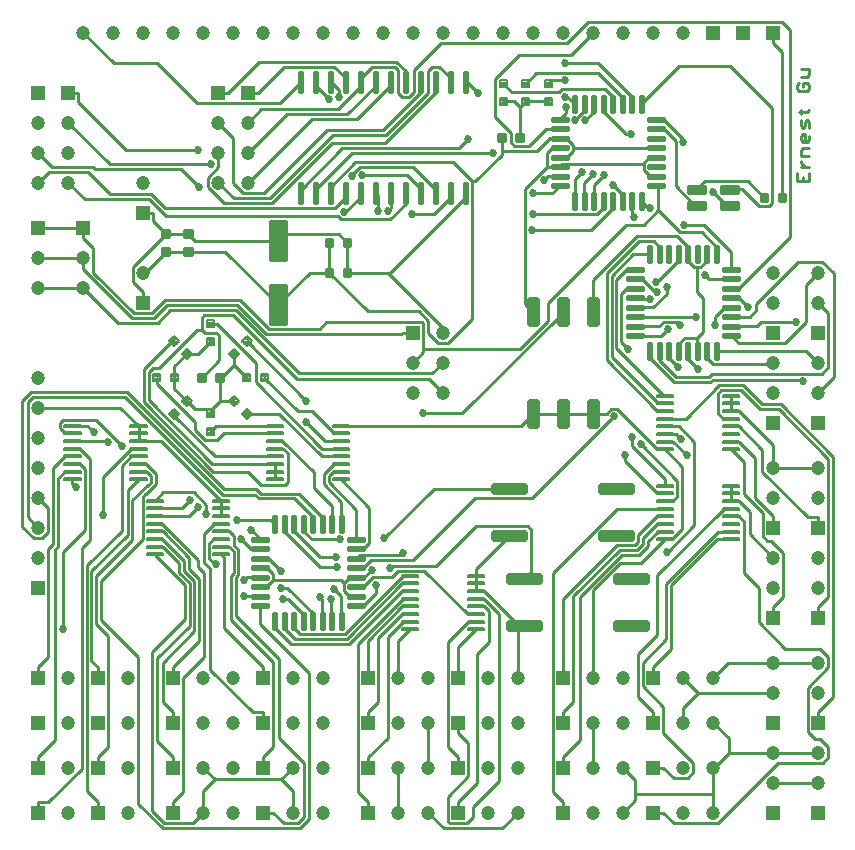
<source format=gtl>
G75*
%MOIN*%
%OFA0B0*%
%FSLAX24Y24*%
%IPPOS*%
%LPD*%
%AMOC8*
5,1,8,0,0,1.08239X$1,22.5*
%
%ADD10C,0.0100*%
%ADD11R,0.0472X0.0472*%
%ADD12C,0.0472*%
%ADD13C,0.0098*%
%ADD14C,0.0059*%
%ADD15C,0.0108*%
%ADD16C,0.0079*%
%ADD17C,0.0157*%
%ADD18C,0.0197*%
%ADD19C,0.0155*%
%ADD20C,0.0220*%
%ADD21C,0.0270*%
D10*
X003871Y001550D02*
X003871Y001896D01*
X004217Y001896D01*
X005331Y003010D01*
X005331Y010366D01*
X005605Y010640D01*
X005605Y013349D01*
X005276Y013678D01*
X005018Y013678D01*
X005018Y013934D02*
X006149Y013934D01*
X006193Y013891D01*
X005734Y014219D02*
X005507Y014446D01*
X005018Y014446D01*
X005018Y014190D02*
X004769Y014190D01*
X004590Y014369D01*
X004590Y014523D01*
X004703Y014636D01*
X005814Y014636D01*
X006686Y013765D01*
X006977Y013678D02*
X006040Y012741D01*
X006040Y011483D01*
X005442Y010980D02*
X004702Y010240D01*
X004702Y007683D01*
X004217Y006743D02*
X004217Y010324D01*
X004377Y010484D01*
X004377Y013028D01*
X004771Y013422D01*
X005018Y013422D01*
X005018Y013166D02*
X005278Y013166D01*
X005442Y013002D01*
X005442Y010980D01*
X004537Y010417D02*
X004537Y012692D01*
X004755Y012910D01*
X005018Y012910D01*
X005018Y012654D02*
X005018Y012506D01*
X005132Y012392D01*
X004217Y011704D02*
X004217Y010906D01*
X003994Y010684D01*
X003727Y010684D01*
X003332Y011079D01*
X003332Y015267D01*
X003643Y015578D01*
X006820Y015578D01*
X010059Y012339D01*
X011136Y012339D01*
X011296Y012179D01*
X012581Y012179D01*
X013343Y011417D01*
X013343Y011164D01*
X013028Y011164D02*
X013028Y011397D01*
X012406Y012019D01*
X011230Y012019D01*
X011103Y012146D01*
X010026Y012146D01*
X006774Y015398D01*
X003689Y015398D01*
X003523Y015232D01*
X003523Y011397D01*
X003871Y011050D01*
X004217Y011704D02*
X003871Y012050D01*
X004537Y010417D02*
X004446Y010326D01*
X004446Y003971D01*
X003871Y003396D01*
X003871Y003050D01*
X005491Y002275D02*
X005491Y009786D01*
X006654Y010949D01*
X006654Y013105D01*
X006972Y013422D01*
X007223Y013422D01*
X007223Y013166D02*
X007477Y013166D01*
X007808Y012835D01*
X007808Y012484D01*
X007481Y012156D01*
X007449Y012156D01*
X007353Y012060D01*
X007353Y010662D01*
X005972Y009281D01*
X005972Y007978D01*
X007217Y006732D01*
X007217Y001840D01*
X008032Y001025D01*
X012590Y001025D01*
X012898Y001333D01*
X012898Y006197D01*
X011256Y007838D01*
X011256Y008448D01*
X011256Y008763D02*
X010742Y008763D01*
X011256Y009078D02*
X011481Y009078D01*
X011688Y009284D01*
X013966Y009284D01*
X014057Y009193D01*
X014057Y008949D01*
X014244Y008763D01*
X014485Y008763D01*
X014485Y009078D02*
X014709Y009078D01*
X015033Y009401D01*
X015660Y009401D01*
X015875Y009616D01*
X016747Y009616D01*
X018197Y008166D01*
X018473Y008166D01*
X018473Y007910D02*
X018216Y007910D01*
X017524Y007218D01*
X017524Y003743D01*
X017871Y003396D01*
X017871Y003050D01*
X018217Y002768D02*
X018217Y003857D01*
X017871Y004204D01*
X017871Y004550D01*
X016871Y004550D02*
X016871Y003050D01*
X015871Y003050D02*
X015871Y001550D01*
X016871Y001550D02*
X017394Y001027D01*
X019347Y001027D01*
X019871Y001550D01*
X019228Y002587D02*
X018377Y001736D01*
X018377Y001403D01*
X018177Y001204D01*
X017577Y001204D01*
X017520Y001260D01*
X017520Y002071D01*
X018217Y002768D01*
X018507Y002533D02*
X017871Y001896D01*
X017871Y001550D01*
X018507Y002533D02*
X018507Y006846D01*
X018895Y007233D01*
X018895Y008254D01*
X018726Y008422D01*
X018473Y008422D01*
X018473Y008678D02*
X018733Y008678D01*
X019228Y008183D01*
X019228Y002587D01*
X021024Y002243D02*
X021371Y001896D01*
X021371Y001550D01*
X021024Y002243D02*
X021024Y009531D01*
X023172Y011678D01*
X024768Y011678D01*
X024768Y011934D02*
X025020Y011934D01*
X025185Y012098D01*
X025185Y012613D01*
X023976Y013822D01*
X023663Y013758D02*
X023663Y014068D01*
X023663Y013758D02*
X024768Y012653D01*
X024768Y012446D01*
X024768Y012190D02*
X024518Y012190D01*
X023426Y013282D01*
X023426Y013463D01*
X024518Y013654D02*
X023173Y014999D01*
X022970Y014999D01*
X022821Y014850D01*
X022371Y014850D01*
X021371Y014850D01*
X020371Y014850D01*
X019966Y014446D01*
X013973Y014446D01*
X013973Y014190D02*
X013720Y014190D01*
X012988Y014922D01*
X012543Y014922D01*
X011416Y016050D01*
X011121Y015898D02*
X011121Y016550D01*
X009825Y017845D01*
X009621Y017845D01*
X009348Y018049D02*
X009348Y017633D01*
X009173Y017633D01*
X007911Y016371D01*
X007694Y016371D01*
X007557Y016234D01*
X007557Y015294D01*
X009685Y013166D01*
X011768Y013166D01*
X011768Y012910D01*
X011768Y012654D01*
X012103Y012479D02*
X012190Y012566D01*
X012190Y013535D01*
X012047Y013678D01*
X011768Y013678D01*
X011768Y013934D02*
X012017Y013934D01*
X013061Y012891D01*
X013061Y012369D01*
X013658Y011771D01*
X013658Y011164D01*
X013973Y011164D02*
X013973Y011909D01*
X013388Y012494D01*
X013388Y012830D01*
X013724Y013166D01*
X013973Y013166D01*
X013973Y012910D02*
X013709Y012910D01*
X013555Y012756D01*
X013555Y012553D01*
X014485Y011624D01*
X014485Y010652D01*
X014485Y010337D02*
X014711Y010337D01*
X014912Y010538D01*
X014912Y011716D01*
X013973Y012654D01*
X013973Y013422D02*
X013320Y013422D01*
X011901Y014841D01*
X010829Y014841D01*
X010412Y015259D02*
X009921Y015259D01*
X009653Y014991D01*
X009621Y014991D01*
X009097Y014991D01*
X008829Y015259D01*
X008416Y015672D01*
X008416Y016050D01*
X008416Y016428D01*
X008829Y016841D01*
X009207Y016841D01*
X009621Y017255D01*
X009912Y017452D02*
X009813Y017550D01*
X009431Y017550D01*
X009348Y017633D01*
X009348Y018049D02*
X009417Y018119D01*
X010382Y018119D01*
X012497Y016004D01*
X016917Y016004D01*
X017371Y015550D01*
X017009Y016188D02*
X012567Y016188D01*
X010470Y018285D01*
X008266Y018285D01*
X007859Y017878D01*
X006543Y017878D01*
X005371Y019050D01*
X003871Y019050D01*
X003871Y020050D02*
X005371Y020050D01*
X005371Y019670D01*
X007000Y018040D01*
X007737Y018040D01*
X008163Y018466D01*
X010515Y018466D01*
X011472Y017510D01*
X015984Y017510D01*
X016024Y017550D01*
X016371Y017550D01*
X016717Y017851D02*
X016717Y017001D01*
X016717Y016896D01*
X016371Y016550D01*
X016717Y017001D02*
X019930Y017001D01*
X020871Y017941D01*
X020871Y018540D01*
X023469Y021138D01*
X024068Y021138D01*
X024549Y021619D01*
X024549Y022383D01*
X024485Y022448D01*
X024485Y022763D02*
X024253Y022763D01*
X024057Y022959D01*
X024057Y023157D01*
X021336Y023157D01*
X021256Y023078D01*
X020837Y023078D01*
X020823Y023092D01*
X020823Y023525D01*
X021006Y023707D01*
X021256Y023707D01*
X021256Y023393D02*
X021487Y023393D01*
X021692Y023598D01*
X021692Y023707D01*
X024485Y023707D01*
X024485Y023393D02*
X024247Y023393D01*
X024057Y023203D01*
X024057Y023157D01*
X023343Y022165D02*
X023343Y021936D01*
X023343Y022165D02*
X023039Y022468D01*
X022728Y022789D02*
X022398Y022459D01*
X022398Y021936D01*
X022083Y021936D02*
X022083Y022546D01*
X022376Y022840D01*
X021998Y022897D02*
X021768Y022667D01*
X021768Y021936D01*
X021256Y022448D02*
X021011Y022202D01*
X020364Y022202D01*
X020105Y022346D02*
X020105Y018515D01*
X020371Y018250D01*
X021371Y018215D02*
X021371Y018250D01*
X021371Y018215D02*
X018013Y014857D01*
X016696Y014857D01*
X017009Y016188D02*
X017371Y016550D01*
X017212Y017185D02*
X017535Y017185D01*
X018348Y017999D01*
X018348Y022589D01*
X018429Y022589D01*
X019321Y023480D01*
X019321Y023598D01*
X020499Y023598D01*
X020924Y024022D01*
X021256Y024022D01*
X021482Y024022D01*
X021692Y023812D01*
X021692Y023707D01*
X021256Y024337D02*
X020815Y024337D01*
X020242Y023764D01*
X019745Y023764D01*
X019621Y023888D01*
X019621Y024193D01*
X019094Y024719D01*
X019094Y026017D01*
X019892Y026814D01*
X021635Y026814D01*
X022371Y027550D01*
X022210Y027900D02*
X021514Y027204D01*
X017292Y027204D01*
X016402Y026314D01*
X016402Y025566D01*
X016232Y025396D01*
X016003Y025396D01*
X015871Y025528D01*
X015871Y026285D01*
X015753Y026403D01*
X014999Y026403D01*
X014621Y026025D01*
X014621Y025900D01*
X014621Y025759D01*
X013860Y024999D01*
X011319Y024999D01*
X010871Y024550D01*
X010371Y024050D02*
X009871Y024550D01*
X010371Y024050D02*
X010371Y022536D01*
X010718Y022189D01*
X011401Y022189D01*
X013511Y024299D01*
X015362Y024299D01*
X016621Y025558D01*
X016621Y025900D01*
X016871Y025532D02*
X016871Y026274D01*
X017006Y026410D01*
X017240Y026410D01*
X017621Y026030D01*
X017621Y025900D01*
X018121Y025900D02*
X018169Y025900D01*
X018540Y025529D01*
X019371Y025255D02*
X019721Y025255D01*
X019921Y025055D01*
X019921Y024050D01*
X019321Y024050D02*
X019321Y023598D01*
X019030Y023543D02*
X014336Y023543D01*
X013121Y022327D01*
X013121Y022200D01*
X012621Y022200D02*
X012621Y022317D01*
X014010Y023706D01*
X017918Y023706D01*
X018208Y023995D01*
X017718Y023219D02*
X014452Y023219D01*
X013621Y022388D01*
X013621Y022200D01*
X014121Y022200D02*
X014121Y022065D01*
X013759Y021703D01*
X008087Y021703D01*
X007637Y022153D01*
X006284Y022153D01*
X005524Y022913D01*
X004234Y022913D01*
X003871Y022550D01*
X004339Y023082D02*
X003871Y023550D01*
X004339Y023082D02*
X005695Y023082D01*
X005784Y022993D01*
X008652Y022993D01*
X009241Y022405D01*
X009524Y022405D02*
X009524Y022711D01*
X009878Y023065D01*
X009878Y023542D01*
X009871Y023550D01*
X009633Y023166D02*
X006254Y023166D01*
X004871Y024550D01*
X005217Y025247D02*
X006818Y023646D01*
X009208Y023646D01*
X009871Y022550D02*
X010396Y022024D01*
X011593Y022024D01*
X013689Y024120D01*
X015458Y024120D01*
X016871Y025532D01*
X017121Y025556D02*
X017121Y025900D01*
X017121Y025556D02*
X015431Y023866D01*
X013662Y023866D01*
X011660Y021864D01*
X010064Y021864D01*
X009524Y022405D01*
X010871Y022550D02*
X012999Y024679D01*
X014515Y024679D01*
X015621Y025784D01*
X015621Y025900D01*
X015121Y025900D02*
X015121Y025783D01*
X014176Y024839D01*
X012159Y024839D01*
X010871Y023550D01*
X011924Y025204D02*
X009178Y025204D01*
X007850Y026532D01*
X006389Y026532D01*
X005371Y027550D01*
X005217Y025550D02*
X004871Y025550D01*
X005217Y025550D02*
X005217Y025247D01*
X004871Y022550D02*
X005427Y021993D01*
X007555Y021993D01*
X008121Y021427D01*
X013872Y021427D01*
X013979Y021320D01*
X015597Y021320D01*
X016121Y021844D01*
X016121Y022200D01*
X016621Y022200D02*
X016621Y022328D01*
X016165Y022784D01*
X014680Y022784D01*
X014608Y023059D02*
X014350Y022800D01*
X014350Y022770D01*
X014608Y023059D02*
X016379Y023059D01*
X017121Y022317D01*
X017121Y022200D01*
X017621Y022200D02*
X017621Y022054D01*
X017071Y021504D01*
X016324Y021504D01*
X015621Y021704D02*
X015621Y022200D01*
X015189Y022132D02*
X015189Y021614D01*
X015527Y021610D02*
X015621Y021704D01*
X015189Y022132D02*
X015121Y022200D01*
X014621Y022200D02*
X014621Y022071D01*
X014114Y021565D01*
X014081Y021565D01*
X013890Y020831D02*
X014171Y020550D01*
X014171Y019550D01*
X015527Y019550D01*
X015559Y019517D01*
X018121Y022079D01*
X018121Y022200D01*
X018348Y022589D02*
X017718Y023219D01*
X020105Y022346D02*
X020837Y023078D01*
X020869Y022763D02*
X021256Y022763D01*
X020869Y022763D02*
X020741Y022634D01*
X020369Y021498D02*
X022501Y021498D01*
X022713Y021711D01*
X022713Y021936D01*
X023028Y021936D02*
X023028Y021689D01*
X022304Y020965D01*
X020350Y020965D01*
X022371Y019290D02*
X022371Y018250D01*
X023319Y018833D02*
X023319Y017221D01*
X023527Y017013D01*
X023147Y017033D02*
X023147Y019298D01*
X023501Y019652D01*
X023756Y019652D01*
X023756Y019337D02*
X024002Y019337D01*
X024451Y018888D01*
X024519Y018888D01*
X024826Y018840D02*
X024826Y019060D01*
X024826Y018840D02*
X024379Y018393D01*
X023756Y018393D01*
X023797Y018667D02*
X023756Y018707D01*
X023797Y018667D02*
X024267Y018667D01*
X024468Y019218D02*
X024504Y019218D01*
X025213Y019927D01*
X025213Y020164D01*
X025528Y020164D02*
X025528Y019933D01*
X025739Y019723D01*
X025841Y019723D01*
X025942Y019723D01*
X026158Y019938D01*
X026158Y020164D01*
X026473Y020164D02*
X026473Y020409D01*
X025991Y020891D01*
X025277Y020891D01*
X024549Y021619D01*
X024277Y021698D02*
X024211Y021698D01*
X023973Y021936D01*
X023658Y021936D02*
X023658Y021474D01*
X023722Y021410D01*
X023842Y020762D02*
X022371Y019290D01*
X022826Y019520D02*
X023908Y020602D01*
X024393Y020602D01*
X024583Y020412D01*
X024583Y020164D01*
X024268Y020164D02*
X023701Y020164D01*
X022987Y019450D01*
X022987Y016725D01*
X024522Y015190D01*
X024768Y015190D01*
X024768Y015446D02*
X024734Y015446D01*
X023147Y017033D01*
X022826Y016627D02*
X022826Y019520D01*
X023508Y019022D02*
X023756Y019022D01*
X023508Y019022D02*
X023319Y018833D01*
X023756Y018078D02*
X025806Y018078D01*
X026051Y017583D02*
X025843Y017375D01*
X025428Y017375D01*
X025213Y017160D01*
X025213Y016936D01*
X024898Y016936D02*
X024898Y016694D01*
X025198Y016394D01*
X025137Y016074D02*
X026236Y016074D01*
X026335Y016173D01*
X029988Y016173D01*
X030217Y016402D01*
X030217Y018204D01*
X029871Y018550D01*
X029462Y019141D02*
X029462Y017897D01*
X028768Y017204D01*
X027229Y017204D01*
X026985Y017448D01*
X026985Y017763D02*
X027823Y017763D01*
X027973Y017913D01*
X029127Y017913D01*
X029485Y016936D02*
X029871Y016550D01*
X029485Y016936D02*
X026473Y016936D01*
X026158Y016936D02*
X026158Y016707D01*
X026375Y016490D01*
X028311Y016490D01*
X028371Y016550D01*
X029339Y015962D02*
X029375Y015926D01*
X029339Y015962D02*
X026352Y015962D01*
X026300Y015910D01*
X025069Y015910D01*
X024269Y016709D01*
X024269Y016935D01*
X024269Y016935D01*
X024268Y016936D01*
X024583Y016936D02*
X024583Y016628D01*
X025137Y016074D01*
X025528Y016667D02*
X025872Y016324D01*
X025528Y016667D02*
X025528Y016936D01*
X025843Y016936D02*
X025843Y017375D01*
X026051Y017583D02*
X026051Y018702D01*
X025841Y018912D01*
X025841Y019723D01*
X026099Y019465D02*
X026227Y019337D01*
X026985Y019337D01*
X026985Y019022D02*
X027222Y019022D01*
X028940Y020741D01*
X028940Y027626D01*
X028666Y027900D01*
X022210Y027900D01*
X022530Y026518D02*
X021445Y026518D01*
X021445Y025955D02*
X020980Y025955D01*
X020871Y025845D01*
X021231Y025561D02*
X019655Y025561D01*
X019371Y025845D01*
X020121Y025845D02*
X020476Y026200D01*
X022543Y026200D01*
X023343Y025400D01*
X023343Y025164D01*
X023028Y025164D02*
X023028Y025400D01*
X022770Y025658D01*
X021328Y025658D01*
X021231Y025561D01*
X021430Y025413D02*
X021519Y025413D01*
X021768Y025164D01*
X022083Y025164D02*
X022083Y024934D01*
X021771Y024622D01*
X022118Y024619D02*
X022398Y024899D01*
X022398Y025164D01*
X022713Y025164D02*
X022713Y024922D01*
X023468Y024168D01*
X023631Y024168D01*
X024485Y024337D02*
X024731Y024337D01*
X025122Y023947D01*
X025122Y022421D01*
X025768Y021774D01*
X025819Y021774D01*
X025819Y022326D02*
X026087Y022593D01*
X027527Y022593D01*
X028071Y022050D01*
X028349Y021875D02*
X028228Y021754D01*
X027909Y021754D01*
X027338Y022326D01*
X026922Y022326D01*
X026922Y021774D02*
X026823Y021774D01*
X026371Y022227D01*
X026072Y021136D02*
X025388Y021136D01*
X025163Y020762D02*
X023842Y020762D01*
X025163Y020762D02*
X025528Y020397D01*
X025528Y020164D01*
X026072Y021136D02*
X026985Y020223D01*
X026985Y019652D01*
X026985Y018707D02*
X027230Y018707D01*
X027551Y018387D01*
X027796Y018486D02*
X027796Y018285D01*
X027588Y018078D01*
X026985Y018078D01*
X026985Y018393D02*
X026760Y018393D01*
X026424Y018057D01*
X026424Y017808D01*
X025271Y017812D02*
X025167Y017916D01*
X024739Y017916D01*
X024585Y017763D01*
X023756Y017763D01*
X023756Y017448D02*
X024634Y017448D01*
X024856Y017670D01*
X026569Y015790D02*
X025457Y014678D01*
X024768Y014678D01*
X024768Y014934D02*
X024519Y014934D01*
X022826Y016627D01*
X022821Y014850D02*
X022821Y014850D01*
X023071Y014754D02*
X020348Y012030D01*
X018443Y012030D01*
X016382Y009969D01*
X014971Y009969D01*
X014710Y009707D01*
X014485Y009707D01*
X014485Y009393D02*
X014257Y009393D01*
X014057Y009193D01*
X013724Y009006D02*
X013973Y008757D01*
X013973Y007936D01*
X013658Y007936D02*
X013633Y007961D01*
X013633Y008676D01*
X013343Y008648D02*
X013258Y008733D01*
X013343Y008648D02*
X013343Y007936D01*
X013028Y007936D02*
X013028Y008191D01*
X012183Y009036D01*
X011983Y009036D01*
X011688Y009284D02*
X011688Y009506D01*
X011487Y009707D01*
X011256Y009707D01*
X011256Y009393D02*
X010830Y009393D01*
X010742Y009304D01*
X010552Y009461D02*
X010552Y010317D01*
X010388Y010481D01*
X010388Y010757D01*
X010223Y010922D01*
X009973Y010922D01*
X009973Y010666D02*
X009711Y010666D01*
X009555Y010510D01*
X009555Y010039D01*
X009748Y009846D01*
X009816Y009846D01*
X009614Y009673D02*
X009614Y006306D01*
X011024Y004896D01*
X011371Y004896D01*
X011371Y004550D01*
X011894Y004037D02*
X011894Y006681D01*
X010476Y008098D01*
X010476Y009385D01*
X010552Y009461D01*
X010388Y009524D02*
X010388Y010254D01*
X010232Y010410D01*
X009973Y010410D01*
X009973Y010154D02*
X010072Y010056D01*
X010072Y007695D01*
X011371Y006396D01*
X011371Y006050D01*
X011717Y006570D02*
X010310Y007977D01*
X010310Y009445D01*
X010388Y009524D01*
X011256Y010022D02*
X011548Y010022D01*
X011967Y009604D01*
X011256Y010337D02*
X010968Y010337D01*
X010646Y010659D01*
X010975Y010979D02*
X011256Y010697D01*
X011256Y010652D01*
X011768Y011164D02*
X011634Y011298D01*
X010498Y011298D01*
X009973Y011178D02*
X009726Y011178D01*
X009395Y010847D01*
X009395Y009893D01*
X009614Y009673D01*
X009406Y009545D02*
X009406Y006735D01*
X008717Y006046D01*
X008717Y002243D01*
X008371Y001896D01*
X008371Y001550D01*
X008086Y001204D02*
X009024Y001204D01*
X009371Y001550D01*
X009371Y002275D01*
X009758Y002662D01*
X011983Y002662D01*
X012371Y003050D01*
X012734Y003197D02*
X011894Y004037D01*
X011717Y003743D02*
X011717Y006570D01*
X012302Y007174D02*
X014241Y007174D01*
X016001Y008934D01*
X016268Y008934D01*
X016268Y009190D02*
X015998Y009190D01*
X014153Y007345D01*
X012448Y007345D01*
X012083Y007709D01*
X012083Y007936D01*
X011768Y007936D02*
X011768Y007708D01*
X012302Y007174D01*
X012587Y007511D02*
X012398Y007700D01*
X012398Y007936D01*
X012713Y007936D02*
X012713Y008176D01*
X012215Y008675D01*
X012043Y008675D01*
X012587Y007511D02*
X014087Y007511D01*
X016022Y009446D01*
X016268Y009446D01*
X015668Y009776D02*
X017144Y009776D01*
X018453Y011085D01*
X020199Y011085D01*
X020302Y010982D01*
X020302Y009560D01*
X020079Y009337D01*
X018741Y008934D02*
X018473Y008934D01*
X018473Y009190D01*
X018473Y009446D01*
X018473Y009656D01*
X019579Y010763D01*
X019579Y012337D02*
X017054Y012337D01*
X015410Y010693D01*
X015938Y010129D02*
X014591Y010129D01*
X014485Y010022D01*
X014996Y009646D02*
X014742Y009393D01*
X014485Y009393D01*
X015129Y009140D02*
X015129Y008857D01*
X014719Y008448D01*
X014485Y008448D01*
X014871Y007283D02*
X016010Y008422D01*
X016268Y008422D01*
X016268Y008166D02*
X016016Y008166D01*
X015217Y007367D01*
X015217Y005243D01*
X014871Y004896D01*
X014871Y004550D01*
X015524Y004050D02*
X015524Y007412D01*
X016022Y007910D01*
X016268Y007910D01*
X016268Y007654D02*
X015871Y007257D01*
X015871Y006050D01*
X014871Y006050D02*
X014871Y007283D01*
X014524Y007180D02*
X016022Y008678D01*
X016268Y008678D01*
X015599Y009708D02*
X015668Y009776D01*
X015938Y010129D02*
X016027Y010217D01*
X013952Y010653D02*
X012989Y010653D01*
X012713Y010929D01*
X012713Y011164D01*
X012398Y011164D02*
X012398Y010939D01*
X013256Y010082D01*
X013806Y010082D01*
X013848Y009740D02*
X013274Y009740D01*
X012083Y010931D01*
X012083Y011164D01*
X012103Y012479D02*
X011303Y012479D01*
X010873Y012909D01*
X009716Y012909D01*
X007397Y015228D01*
X007397Y016329D01*
X008327Y017259D01*
X008412Y017259D01*
X007671Y018200D02*
X008097Y018627D01*
X010614Y018627D01*
X011560Y017681D01*
X013265Y017681D01*
X013482Y017898D01*
X016669Y017898D01*
X016717Y017851D01*
X016877Y017946D02*
X016877Y017520D01*
X017212Y017185D01*
X017371Y017550D02*
X017371Y017706D01*
X015559Y019517D01*
X014863Y018257D02*
X016565Y018257D01*
X016877Y017946D01*
X014863Y018257D02*
X013571Y019550D01*
X013571Y020550D01*
X013890Y020831D02*
X012088Y020831D01*
X011871Y020613D01*
X009108Y020613D01*
X008871Y020850D01*
X008121Y020850D01*
X007020Y019749D01*
X007020Y019247D01*
X007371Y018896D01*
X007371Y018550D01*
X007671Y018200D02*
X007067Y018200D01*
X005717Y019550D01*
X005717Y020357D01*
X005371Y020704D01*
X005371Y021050D01*
X004217Y021050D01*
X003871Y021050D01*
X007371Y021550D02*
X007717Y021550D01*
X007717Y021254D01*
X008121Y020850D01*
X008121Y020250D02*
X007421Y019550D01*
X007371Y019550D01*
X008121Y020250D02*
X008871Y020250D01*
X010108Y020250D01*
X011871Y018487D01*
X012934Y019550D01*
X013571Y019550D01*
X010829Y017259D02*
X012811Y015277D01*
X012811Y014568D02*
X013445Y013934D01*
X013973Y013934D01*
X013973Y013678D02*
X013341Y013678D01*
X011121Y015898D01*
X010825Y016050D02*
X010395Y016481D01*
X010412Y016498D01*
X010412Y016841D01*
X010395Y016481D02*
X009964Y016050D01*
X009921Y016050D01*
X009921Y015259D01*
X009621Y014991D02*
X009621Y014845D01*
X009812Y014446D02*
X009621Y014255D01*
X009812Y014446D02*
X011768Y014446D01*
X011768Y014190D02*
X010055Y014190D01*
X009832Y013967D01*
X009449Y013967D01*
X009104Y014313D01*
X009104Y014566D01*
X007825Y015845D01*
X007825Y016050D01*
X008412Y014841D02*
X008412Y014765D01*
X009754Y013422D01*
X011768Y013422D01*
X009973Y011946D02*
X009973Y011690D01*
X009973Y011434D01*
X009471Y011493D02*
X009471Y011813D01*
X009066Y012219D01*
X008041Y012219D01*
X007768Y011946D01*
X007768Y011690D02*
X008669Y011690D01*
X008946Y011967D01*
X009203Y011734D02*
X008903Y011434D01*
X007768Y011434D01*
X007768Y011178D02*
X008016Y011178D01*
X009216Y009978D01*
X009216Y009735D01*
X009406Y009545D01*
X009246Y009335D02*
X009246Y007272D01*
X008371Y006396D01*
X008371Y006050D01*
X008024Y006540D02*
X008024Y005243D01*
X008371Y004896D01*
X008371Y004550D01*
X007845Y003922D02*
X008371Y003396D01*
X008371Y003050D01*
X009371Y003050D02*
X009758Y002662D01*
X011371Y003050D02*
X011371Y003396D01*
X011717Y003743D01*
X011983Y002662D02*
X012371Y002275D01*
X012371Y001550D01*
X012537Y001204D02*
X012063Y001204D01*
X011717Y001550D01*
X011371Y001550D01*
X012537Y001204D02*
X012734Y001400D01*
X012734Y003197D01*
X014524Y002243D02*
X014524Y007180D01*
X017871Y007052D02*
X017871Y006050D01*
X017871Y007052D02*
X018473Y007654D01*
X018741Y008934D02*
X019871Y007804D01*
X019871Y007763D01*
X020079Y007763D01*
X019871Y007763D02*
X019871Y006050D01*
X021371Y006050D02*
X021371Y008664D01*
X023162Y010456D01*
X023758Y010456D01*
X023882Y010579D01*
X023882Y010788D01*
X024517Y011422D01*
X024768Y011422D01*
X024768Y011166D02*
X024510Y011166D01*
X024042Y010699D01*
X024042Y010513D01*
X023825Y010296D01*
X023259Y010296D01*
X021717Y008754D01*
X021717Y005243D01*
X021371Y004896D01*
X021371Y004550D01*
X021938Y003964D02*
X021938Y008748D01*
X023325Y010136D01*
X023891Y010136D01*
X024202Y010447D01*
X024202Y010591D01*
X024521Y010910D01*
X024768Y010910D01*
X024768Y010654D02*
X023981Y009867D01*
X023283Y009867D01*
X022371Y008954D01*
X022371Y006050D01*
X023860Y005407D02*
X024371Y004896D01*
X024371Y004550D01*
X024717Y004214D02*
X024717Y005074D01*
X024021Y005770D01*
X024021Y006536D01*
X024814Y007329D01*
X024814Y009181D01*
X026543Y010910D01*
X026973Y010910D01*
X026973Y010654D02*
X026516Y010654D01*
X024979Y009118D01*
X024979Y007005D01*
X024371Y006396D01*
X024371Y006050D01*
X023860Y005407D02*
X023860Y006822D01*
X024494Y007456D01*
X024494Y009451D01*
X026721Y011678D01*
X026973Y011678D01*
X026973Y011934D02*
X026973Y012190D01*
X026973Y012446D01*
X026973Y011934D02*
X027220Y011934D01*
X027598Y011556D01*
X027598Y010823D01*
X028371Y010050D01*
X028717Y010208D02*
X028717Y008743D01*
X028371Y008396D01*
X028371Y008050D01*
X027890Y007890D02*
X028781Y006999D01*
X029938Y006999D01*
X030217Y006721D01*
X030217Y006386D01*
X029524Y005694D01*
X029524Y004246D01*
X029771Y003999D01*
X029938Y003999D01*
X030217Y003720D01*
X030217Y003386D01*
X030035Y003204D01*
X028529Y003204D01*
X026529Y001204D01*
X025063Y001204D01*
X024717Y001550D01*
X024371Y001550D01*
X023777Y001956D02*
X023777Y002178D01*
X026371Y002178D01*
X026371Y001550D01*
X026371Y002178D02*
X026371Y003050D01*
X026393Y003050D01*
X026893Y003550D01*
X028371Y003550D01*
X029871Y003550D01*
X029871Y004550D02*
X029871Y004896D01*
X030377Y005403D01*
X030377Y013412D01*
X028631Y015157D01*
X028019Y015157D01*
X027386Y015790D01*
X026569Y015790D01*
X026652Y015630D02*
X027319Y015630D01*
X027952Y014997D01*
X028565Y014997D01*
X030217Y013345D01*
X030217Y008743D01*
X029871Y008396D01*
X029871Y008050D01*
X029871Y006550D02*
X028371Y006550D01*
X026871Y006550D01*
X026371Y006050D01*
X025871Y005550D02*
X025371Y006050D01*
X025871Y005550D02*
X028371Y005550D01*
X026893Y004028D02*
X026893Y003550D01*
X026893Y004028D02*
X026371Y004550D01*
X025371Y004550D02*
X025371Y005050D01*
X025871Y005550D01*
X024717Y004214D02*
X025717Y003214D01*
X025717Y002889D01*
X025532Y002704D01*
X025063Y002704D01*
X024717Y003050D01*
X024371Y003050D01*
X023777Y002644D02*
X023777Y002178D01*
X023777Y001956D02*
X023371Y001550D01*
X023777Y002644D02*
X023371Y003050D01*
X022371Y003050D02*
X022371Y004550D01*
X021938Y003964D02*
X021371Y003396D01*
X021371Y003050D01*
X015524Y004050D02*
X014871Y003396D01*
X014871Y003050D01*
X014524Y002243D02*
X014871Y001896D01*
X014871Y001550D01*
X009086Y007602D02*
X008024Y006540D01*
X007845Y006700D02*
X007845Y003922D01*
X006217Y003743D02*
X006217Y007426D01*
X005812Y007831D01*
X005812Y009427D01*
X007017Y010633D01*
X007017Y011953D01*
X007520Y012455D01*
X007551Y012455D01*
X007644Y012548D01*
X007644Y012759D01*
X007492Y012910D01*
X007223Y012910D01*
X007223Y012654D02*
X006857Y012289D01*
X006857Y010812D01*
X005651Y009606D01*
X005651Y006615D01*
X005871Y006396D01*
X005871Y006050D01*
X004217Y006743D02*
X003871Y006396D01*
X003871Y006050D01*
X006217Y003743D02*
X005871Y003396D01*
X005871Y003050D01*
X005491Y002275D02*
X005871Y001896D01*
X005871Y001550D01*
X007685Y001605D02*
X008086Y001204D01*
X007685Y001605D02*
X007685Y006911D01*
X008766Y007992D01*
X008766Y009136D01*
X007768Y010134D01*
X007768Y010154D01*
X007768Y010410D02*
X008045Y010410D01*
X008584Y009871D01*
X008584Y009545D01*
X008926Y009203D01*
X008926Y007782D01*
X007845Y006700D01*
X009086Y007602D02*
X009086Y009269D01*
X008744Y009611D01*
X008744Y009938D01*
X008016Y010666D01*
X007768Y010666D01*
X007768Y010922D02*
X008031Y010922D01*
X008904Y010049D01*
X008904Y009678D01*
X009246Y009335D01*
X009973Y011946D02*
X007985Y013934D01*
X007223Y013934D01*
X007223Y014190D01*
X007223Y014446D01*
X006619Y015050D01*
X003871Y015050D01*
X006977Y013678D02*
X007223Y013678D01*
X009321Y016050D02*
X009912Y016641D01*
X009912Y017452D01*
X011924Y025204D02*
X012621Y025900D01*
X013121Y025900D02*
X013121Y025767D01*
X013570Y025318D01*
X013900Y025385D02*
X013900Y025621D01*
X013621Y025900D01*
X014121Y025900D02*
X014121Y026024D01*
X013742Y026403D01*
X012070Y026403D01*
X011217Y025550D01*
X010871Y025550D01*
X010217Y025550D02*
X011238Y026571D01*
X015811Y026571D01*
X016121Y026261D01*
X016121Y025900D01*
X019921Y025055D02*
X020121Y025255D01*
X020871Y025255D01*
X021459Y025064D02*
X021459Y024855D01*
X021256Y024652D01*
X022530Y026518D02*
X023658Y025390D01*
X023658Y025164D01*
X023973Y025164D02*
X025243Y026434D01*
X026948Y026434D01*
X028349Y025033D01*
X028349Y021875D01*
X028671Y022050D02*
X028671Y026904D01*
X028371Y027204D01*
X028371Y027550D01*
X029304Y026320D02*
X029571Y026320D01*
X029571Y026120D01*
X029504Y026053D01*
X029304Y026053D01*
X029370Y025859D02*
X029370Y025726D01*
X029370Y025859D02*
X029504Y025859D01*
X029571Y025793D01*
X029571Y025659D01*
X029504Y025593D01*
X029237Y025593D01*
X029170Y025659D01*
X029170Y025793D01*
X029237Y025859D01*
X029304Y024959D02*
X029304Y024825D01*
X029237Y024892D02*
X029504Y024892D01*
X029571Y024959D01*
X029504Y024632D02*
X029437Y024565D01*
X029437Y024432D01*
X029370Y024365D01*
X029304Y024432D01*
X029304Y024632D01*
X029504Y024632D02*
X029571Y024565D01*
X029571Y024365D01*
X029437Y024171D02*
X029437Y023904D01*
X029370Y023904D02*
X029304Y023971D01*
X029304Y024105D01*
X029370Y024171D01*
X029437Y024171D01*
X029571Y024105D02*
X029571Y023971D01*
X029504Y023904D01*
X029370Y023904D01*
X029370Y023711D02*
X029571Y023711D01*
X029370Y023711D02*
X029304Y023644D01*
X029304Y023444D01*
X029571Y023444D01*
X029304Y023261D02*
X029304Y023194D01*
X029437Y023060D01*
X029304Y023060D02*
X029571Y023060D01*
X029571Y022867D02*
X029571Y022600D01*
X029170Y022600D01*
X029170Y022867D01*
X029370Y022733D02*
X029370Y022600D01*
X029212Y019902D02*
X030009Y019902D01*
X030388Y019523D01*
X030388Y016067D01*
X029871Y015550D01*
X028371Y013789D02*
X028371Y013050D01*
X029871Y013050D01*
X029871Y011396D02*
X029524Y011396D01*
X028010Y012911D01*
X028010Y013645D01*
X027232Y014422D01*
X026973Y014422D01*
X026973Y014678D02*
X026713Y014678D01*
X026530Y014861D01*
X026530Y015509D01*
X026652Y015630D01*
X026973Y015446D02*
X026973Y015190D01*
X026973Y014934D01*
X027226Y014934D01*
X028371Y013789D01*
X027781Y013354D02*
X027781Y012027D01*
X028371Y011437D01*
X028371Y011050D01*
X028024Y010768D02*
X028186Y010607D01*
X028319Y010607D01*
X028717Y010208D01*
X028024Y010768D02*
X028024Y011537D01*
X027388Y012173D01*
X027388Y013239D01*
X026973Y013654D01*
X026973Y013910D02*
X027225Y013910D01*
X027781Y013354D01*
X027232Y011422D02*
X026973Y011422D01*
X027232Y011422D02*
X027413Y011241D01*
X027413Y009518D01*
X027890Y009041D01*
X027890Y007890D01*
X024853Y010237D02*
X025747Y011131D01*
X025747Y013913D01*
X025238Y014422D01*
X024768Y014422D01*
X024768Y014166D02*
X025147Y014166D01*
X025297Y014016D01*
X025042Y013910D02*
X025501Y013451D01*
X025352Y013070D02*
X024768Y013654D01*
X024518Y013654D01*
X024768Y013910D02*
X025042Y013910D01*
X025352Y013070D02*
X025352Y010990D01*
X025016Y010654D01*
X024768Y010654D01*
X024825Y010237D02*
X024853Y010237D01*
X029871Y011050D02*
X029871Y011396D01*
X027796Y018486D02*
X029212Y019902D01*
X029871Y019550D02*
X029462Y019141D01*
X025367Y023911D02*
X025367Y024003D01*
X024717Y024652D01*
X024485Y024652D01*
X010217Y025550D02*
X009871Y025550D01*
X028371Y002550D02*
X029871Y002550D01*
D11*
X003871Y001550D03*
X003871Y003050D03*
X003871Y004550D03*
X003871Y006050D03*
X005871Y006050D03*
X005871Y004550D03*
X005871Y003050D03*
X005871Y001550D03*
X008371Y001550D03*
X008371Y003050D03*
X008371Y004550D03*
X008371Y006050D03*
X011371Y006050D03*
X011371Y004550D03*
X011371Y003050D03*
X011371Y001550D03*
X014871Y001550D03*
X014871Y003050D03*
X014871Y004550D03*
X014871Y006050D03*
X017871Y006050D03*
X017871Y004550D03*
X017871Y003050D03*
X017871Y001550D03*
X021371Y001550D03*
X021371Y003050D03*
X021371Y004550D03*
X021371Y006050D03*
X024371Y006050D03*
X024371Y004550D03*
X024371Y003050D03*
X024371Y001550D03*
X028371Y001550D03*
X029871Y001550D03*
X029871Y004550D03*
X028371Y004550D03*
X028371Y008050D03*
X029871Y008050D03*
X029871Y011050D03*
X028371Y011050D03*
X028371Y014550D03*
X029871Y014550D03*
X029871Y017550D03*
X028371Y017550D03*
X028371Y027550D03*
X027371Y027550D03*
X026371Y027550D03*
X016371Y017550D03*
X010871Y025550D03*
X009871Y025550D03*
X007371Y021550D03*
X005371Y021050D03*
X003871Y021050D03*
X007371Y018550D03*
X004871Y025550D03*
X003871Y025550D03*
X003871Y009050D03*
D12*
X003871Y010050D03*
X003871Y011050D03*
X003871Y012050D03*
X003871Y013050D03*
X003871Y014050D03*
X003871Y015050D03*
X003871Y016050D03*
X003871Y019050D03*
X003871Y020050D03*
X005371Y020050D03*
X005371Y019050D03*
X007371Y019550D03*
X007371Y022550D03*
X009871Y022550D03*
X010871Y022550D03*
X010871Y023550D03*
X010871Y024550D03*
X009871Y024550D03*
X009871Y023550D03*
X010371Y027550D03*
X011371Y027550D03*
X012371Y027550D03*
X013371Y027550D03*
X014371Y027550D03*
X015371Y027550D03*
X016371Y027550D03*
X017371Y027550D03*
X018371Y027550D03*
X019371Y027550D03*
X020371Y027550D03*
X021371Y027550D03*
X022371Y027550D03*
X023371Y027550D03*
X024371Y027550D03*
X025371Y027550D03*
X028371Y019550D03*
X028371Y018550D03*
X029871Y018550D03*
X029871Y019550D03*
X029871Y016550D03*
X029871Y015550D03*
X028371Y015550D03*
X028371Y016550D03*
X028371Y013050D03*
X028371Y012050D03*
X029871Y012050D03*
X029871Y013050D03*
X029871Y010050D03*
X029871Y009050D03*
X028371Y009050D03*
X028371Y010050D03*
X028371Y006550D03*
X028371Y005550D03*
X029871Y005550D03*
X029871Y006550D03*
X029871Y003550D03*
X029871Y002550D03*
X028371Y002550D03*
X028371Y003550D03*
X026371Y003050D03*
X025371Y003050D03*
X025371Y001550D03*
X026371Y001550D03*
X023371Y001550D03*
X022371Y001550D03*
X022371Y003050D03*
X023371Y003050D03*
X023371Y004550D03*
X022371Y004550D03*
X022371Y006050D03*
X023371Y006050D03*
X025371Y006050D03*
X026371Y006050D03*
X026371Y004550D03*
X025371Y004550D03*
X019871Y004550D03*
X018871Y004550D03*
X018871Y003050D03*
X019871Y003050D03*
X019871Y001550D03*
X018871Y001550D03*
X016871Y001550D03*
X015871Y001550D03*
X015871Y003050D03*
X016871Y003050D03*
X016871Y004550D03*
X015871Y004550D03*
X015871Y006050D03*
X016871Y006050D03*
X018871Y006050D03*
X019871Y006050D03*
X013371Y006050D03*
X012371Y006050D03*
X012371Y004550D03*
X013371Y004550D03*
X013371Y003050D03*
X012371Y003050D03*
X012371Y001550D03*
X013371Y001550D03*
X010371Y001550D03*
X009371Y001550D03*
X009371Y003050D03*
X010371Y003050D03*
X010371Y004550D03*
X009371Y004550D03*
X009371Y006050D03*
X010371Y006050D03*
X006871Y006050D03*
X006871Y004550D03*
X006871Y003050D03*
X006871Y001550D03*
X004871Y001550D03*
X004871Y003050D03*
X004871Y004550D03*
X004871Y006050D03*
X016371Y015550D03*
X017371Y015550D03*
X017371Y016550D03*
X017371Y017550D03*
X016371Y016550D03*
X004871Y022550D03*
X003871Y022550D03*
X003871Y023550D03*
X004871Y023550D03*
X004871Y024550D03*
X003871Y024550D03*
X005371Y027550D03*
X006371Y027550D03*
X007371Y027550D03*
X008371Y027550D03*
X009371Y027550D03*
D13*
X021522Y024701D02*
X021522Y024603D01*
X020990Y024603D01*
X020990Y024701D01*
X021522Y024701D01*
X021522Y024700D02*
X020990Y024700D01*
X021522Y024386D02*
X021522Y024288D01*
X020990Y024288D01*
X020990Y024386D01*
X021522Y024386D01*
X021522Y024385D02*
X020990Y024385D01*
X021522Y024071D02*
X021522Y023973D01*
X020990Y023973D01*
X020990Y024071D01*
X021522Y024071D01*
X021522Y024070D02*
X020990Y024070D01*
X021522Y023756D02*
X021522Y023658D01*
X020990Y023658D01*
X020990Y023756D01*
X021522Y023756D01*
X021522Y023755D02*
X020990Y023755D01*
X021522Y023442D02*
X021522Y023344D01*
X020990Y023344D01*
X020990Y023442D01*
X021522Y023442D01*
X021522Y023441D02*
X020990Y023441D01*
X021522Y023127D02*
X021522Y023029D01*
X020990Y023029D01*
X020990Y023127D01*
X021522Y023127D01*
X021522Y023126D02*
X020990Y023126D01*
X021522Y022812D02*
X021522Y022714D01*
X020990Y022714D01*
X020990Y022812D01*
X021522Y022812D01*
X021522Y022811D02*
X020990Y022811D01*
X021522Y022497D02*
X021522Y022399D01*
X020990Y022399D01*
X020990Y022497D01*
X021522Y022497D01*
X021522Y022496D02*
X020990Y022496D01*
X021719Y021670D02*
X021817Y021670D01*
X021719Y021670D02*
X021719Y022202D01*
X021817Y022202D01*
X021817Y021670D01*
X021817Y021767D02*
X021719Y021767D01*
X021719Y021864D02*
X021817Y021864D01*
X021817Y021961D02*
X021719Y021961D01*
X021719Y022058D02*
X021817Y022058D01*
X021817Y022155D02*
X021719Y022155D01*
X022034Y021670D02*
X022132Y021670D01*
X022034Y021670D02*
X022034Y022202D01*
X022132Y022202D01*
X022132Y021670D01*
X022132Y021767D02*
X022034Y021767D01*
X022034Y021864D02*
X022132Y021864D01*
X022132Y021961D02*
X022034Y021961D01*
X022034Y022058D02*
X022132Y022058D01*
X022132Y022155D02*
X022034Y022155D01*
X022349Y021670D02*
X022447Y021670D01*
X022349Y021670D02*
X022349Y022202D01*
X022447Y022202D01*
X022447Y021670D01*
X022447Y021767D02*
X022349Y021767D01*
X022349Y021864D02*
X022447Y021864D01*
X022447Y021961D02*
X022349Y021961D01*
X022349Y022058D02*
X022447Y022058D01*
X022447Y022155D02*
X022349Y022155D01*
X022664Y021670D02*
X022762Y021670D01*
X022664Y021670D02*
X022664Y022202D01*
X022762Y022202D01*
X022762Y021670D01*
X022762Y021767D02*
X022664Y021767D01*
X022664Y021864D02*
X022762Y021864D01*
X022762Y021961D02*
X022664Y021961D01*
X022664Y022058D02*
X022762Y022058D01*
X022762Y022155D02*
X022664Y022155D01*
X022979Y021670D02*
X023077Y021670D01*
X022979Y021670D02*
X022979Y022202D01*
X023077Y022202D01*
X023077Y021670D01*
X023077Y021767D02*
X022979Y021767D01*
X022979Y021864D02*
X023077Y021864D01*
X023077Y021961D02*
X022979Y021961D01*
X022979Y022058D02*
X023077Y022058D01*
X023077Y022155D02*
X022979Y022155D01*
X023294Y021670D02*
X023392Y021670D01*
X023294Y021670D02*
X023294Y022202D01*
X023392Y022202D01*
X023392Y021670D01*
X023392Y021767D02*
X023294Y021767D01*
X023294Y021864D02*
X023392Y021864D01*
X023392Y021961D02*
X023294Y021961D01*
X023294Y022058D02*
X023392Y022058D01*
X023392Y022155D02*
X023294Y022155D01*
X023609Y021670D02*
X023707Y021670D01*
X023609Y021670D02*
X023609Y022202D01*
X023707Y022202D01*
X023707Y021670D01*
X023707Y021767D02*
X023609Y021767D01*
X023609Y021864D02*
X023707Y021864D01*
X023707Y021961D02*
X023609Y021961D01*
X023609Y022058D02*
X023707Y022058D01*
X023707Y022155D02*
X023609Y022155D01*
X023924Y021670D02*
X024022Y021670D01*
X023924Y021670D02*
X023924Y022202D01*
X024022Y022202D01*
X024022Y021670D01*
X024022Y021767D02*
X023924Y021767D01*
X023924Y021864D02*
X024022Y021864D01*
X024022Y021961D02*
X023924Y021961D01*
X023924Y022058D02*
X024022Y022058D01*
X024022Y022155D02*
X023924Y022155D01*
X024751Y022399D02*
X024751Y022497D01*
X024751Y022399D02*
X024219Y022399D01*
X024219Y022497D01*
X024751Y022497D01*
X024751Y022496D02*
X024219Y022496D01*
X024751Y022714D02*
X024751Y022812D01*
X024751Y022714D02*
X024219Y022714D01*
X024219Y022812D01*
X024751Y022812D01*
X024751Y022811D02*
X024219Y022811D01*
X024751Y023029D02*
X024751Y023127D01*
X024751Y023029D02*
X024219Y023029D01*
X024219Y023127D01*
X024751Y023127D01*
X024751Y023126D02*
X024219Y023126D01*
X024751Y023344D02*
X024751Y023442D01*
X024751Y023344D02*
X024219Y023344D01*
X024219Y023442D01*
X024751Y023442D01*
X024751Y023441D02*
X024219Y023441D01*
X024751Y023658D02*
X024751Y023756D01*
X024751Y023658D02*
X024219Y023658D01*
X024219Y023756D01*
X024751Y023756D01*
X024751Y023755D02*
X024219Y023755D01*
X024751Y023973D02*
X024751Y024071D01*
X024751Y023973D02*
X024219Y023973D01*
X024219Y024071D01*
X024751Y024071D01*
X024751Y024070D02*
X024219Y024070D01*
X024751Y024288D02*
X024751Y024386D01*
X024751Y024288D02*
X024219Y024288D01*
X024219Y024386D01*
X024751Y024386D01*
X024751Y024385D02*
X024219Y024385D01*
X024751Y024603D02*
X024751Y024701D01*
X024751Y024603D02*
X024219Y024603D01*
X024219Y024701D01*
X024751Y024701D01*
X024751Y024700D02*
X024219Y024700D01*
X024022Y024898D02*
X023924Y024898D01*
X023924Y025430D01*
X024022Y025430D01*
X024022Y024898D01*
X024022Y024995D02*
X023924Y024995D01*
X023924Y025092D02*
X024022Y025092D01*
X024022Y025189D02*
X023924Y025189D01*
X023924Y025286D02*
X024022Y025286D01*
X024022Y025383D02*
X023924Y025383D01*
X023707Y024898D02*
X023609Y024898D01*
X023609Y025430D01*
X023707Y025430D01*
X023707Y024898D01*
X023707Y024995D02*
X023609Y024995D01*
X023609Y025092D02*
X023707Y025092D01*
X023707Y025189D02*
X023609Y025189D01*
X023609Y025286D02*
X023707Y025286D01*
X023707Y025383D02*
X023609Y025383D01*
X023392Y024898D02*
X023294Y024898D01*
X023294Y025430D01*
X023392Y025430D01*
X023392Y024898D01*
X023392Y024995D02*
X023294Y024995D01*
X023294Y025092D02*
X023392Y025092D01*
X023392Y025189D02*
X023294Y025189D01*
X023294Y025286D02*
X023392Y025286D01*
X023392Y025383D02*
X023294Y025383D01*
X023077Y024898D02*
X022979Y024898D01*
X022979Y025430D01*
X023077Y025430D01*
X023077Y024898D01*
X023077Y024995D02*
X022979Y024995D01*
X022979Y025092D02*
X023077Y025092D01*
X023077Y025189D02*
X022979Y025189D01*
X022979Y025286D02*
X023077Y025286D01*
X023077Y025383D02*
X022979Y025383D01*
X022762Y024898D02*
X022664Y024898D01*
X022664Y025430D01*
X022762Y025430D01*
X022762Y024898D01*
X022762Y024995D02*
X022664Y024995D01*
X022664Y025092D02*
X022762Y025092D01*
X022762Y025189D02*
X022664Y025189D01*
X022664Y025286D02*
X022762Y025286D01*
X022762Y025383D02*
X022664Y025383D01*
X022447Y024898D02*
X022349Y024898D01*
X022349Y025430D01*
X022447Y025430D01*
X022447Y024898D01*
X022447Y024995D02*
X022349Y024995D01*
X022349Y025092D02*
X022447Y025092D01*
X022447Y025189D02*
X022349Y025189D01*
X022349Y025286D02*
X022447Y025286D01*
X022447Y025383D02*
X022349Y025383D01*
X022132Y024898D02*
X022034Y024898D01*
X022034Y025430D01*
X022132Y025430D01*
X022132Y024898D01*
X022132Y024995D02*
X022034Y024995D01*
X022034Y025092D02*
X022132Y025092D01*
X022132Y025189D02*
X022034Y025189D01*
X022034Y025286D02*
X022132Y025286D01*
X022132Y025383D02*
X022034Y025383D01*
X021817Y024898D02*
X021719Y024898D01*
X021719Y025430D01*
X021817Y025430D01*
X021817Y024898D01*
X021817Y024995D02*
X021719Y024995D01*
X021719Y025092D02*
X021817Y025092D01*
X021817Y025189D02*
X021719Y025189D01*
X021719Y025286D02*
X021817Y025286D01*
X021817Y025383D02*
X021719Y025383D01*
X024219Y020430D02*
X024317Y020430D01*
X024317Y019898D01*
X024219Y019898D01*
X024219Y020430D01*
X024219Y019995D02*
X024317Y019995D01*
X024317Y020092D02*
X024219Y020092D01*
X024219Y020189D02*
X024317Y020189D01*
X024317Y020286D02*
X024219Y020286D01*
X024219Y020383D02*
X024317Y020383D01*
X024534Y020430D02*
X024632Y020430D01*
X024632Y019898D01*
X024534Y019898D01*
X024534Y020430D01*
X024534Y019995D02*
X024632Y019995D01*
X024632Y020092D02*
X024534Y020092D01*
X024534Y020189D02*
X024632Y020189D01*
X024632Y020286D02*
X024534Y020286D01*
X024534Y020383D02*
X024632Y020383D01*
X024849Y020430D02*
X024947Y020430D01*
X024947Y019898D01*
X024849Y019898D01*
X024849Y020430D01*
X024849Y019995D02*
X024947Y019995D01*
X024947Y020092D02*
X024849Y020092D01*
X024849Y020189D02*
X024947Y020189D01*
X024947Y020286D02*
X024849Y020286D01*
X024849Y020383D02*
X024947Y020383D01*
X025164Y020430D02*
X025262Y020430D01*
X025262Y019898D01*
X025164Y019898D01*
X025164Y020430D01*
X025164Y019995D02*
X025262Y019995D01*
X025262Y020092D02*
X025164Y020092D01*
X025164Y020189D02*
X025262Y020189D01*
X025262Y020286D02*
X025164Y020286D01*
X025164Y020383D02*
X025262Y020383D01*
X025479Y020430D02*
X025577Y020430D01*
X025577Y019898D01*
X025479Y019898D01*
X025479Y020430D01*
X025479Y019995D02*
X025577Y019995D01*
X025577Y020092D02*
X025479Y020092D01*
X025479Y020189D02*
X025577Y020189D01*
X025577Y020286D02*
X025479Y020286D01*
X025479Y020383D02*
X025577Y020383D01*
X025794Y020430D02*
X025892Y020430D01*
X025892Y019898D01*
X025794Y019898D01*
X025794Y020430D01*
X025794Y019995D02*
X025892Y019995D01*
X025892Y020092D02*
X025794Y020092D01*
X025794Y020189D02*
X025892Y020189D01*
X025892Y020286D02*
X025794Y020286D01*
X025794Y020383D02*
X025892Y020383D01*
X026109Y020430D02*
X026207Y020430D01*
X026207Y019898D01*
X026109Y019898D01*
X026109Y020430D01*
X026109Y019995D02*
X026207Y019995D01*
X026207Y020092D02*
X026109Y020092D01*
X026109Y020189D02*
X026207Y020189D01*
X026207Y020286D02*
X026109Y020286D01*
X026109Y020383D02*
X026207Y020383D01*
X026424Y020430D02*
X026522Y020430D01*
X026522Y019898D01*
X026424Y019898D01*
X026424Y020430D01*
X026424Y019995D02*
X026522Y019995D01*
X026522Y020092D02*
X026424Y020092D01*
X026424Y020189D02*
X026522Y020189D01*
X026522Y020286D02*
X026424Y020286D01*
X026424Y020383D02*
X026522Y020383D01*
X027251Y019701D02*
X027251Y019603D01*
X026719Y019603D01*
X026719Y019701D01*
X027251Y019701D01*
X027251Y019700D02*
X026719Y019700D01*
X027251Y019386D02*
X027251Y019288D01*
X026719Y019288D01*
X026719Y019386D01*
X027251Y019386D01*
X027251Y019385D02*
X026719Y019385D01*
X027251Y019071D02*
X027251Y018973D01*
X026719Y018973D01*
X026719Y019071D01*
X027251Y019071D01*
X027251Y019070D02*
X026719Y019070D01*
X027251Y018756D02*
X027251Y018658D01*
X026719Y018658D01*
X026719Y018756D01*
X027251Y018756D01*
X027251Y018755D02*
X026719Y018755D01*
X027251Y018442D02*
X027251Y018344D01*
X026719Y018344D01*
X026719Y018442D01*
X027251Y018442D01*
X027251Y018441D02*
X026719Y018441D01*
X027251Y018127D02*
X027251Y018029D01*
X026719Y018029D01*
X026719Y018127D01*
X027251Y018127D01*
X027251Y018126D02*
X026719Y018126D01*
X027251Y017812D02*
X027251Y017714D01*
X026719Y017714D01*
X026719Y017812D01*
X027251Y017812D01*
X027251Y017811D02*
X026719Y017811D01*
X027251Y017497D02*
X027251Y017399D01*
X026719Y017399D01*
X026719Y017497D01*
X027251Y017497D01*
X027251Y017496D02*
X026719Y017496D01*
X026522Y017202D02*
X026424Y017202D01*
X026522Y017202D02*
X026522Y016670D01*
X026424Y016670D01*
X026424Y017202D01*
X026424Y016767D02*
X026522Y016767D01*
X026522Y016864D02*
X026424Y016864D01*
X026424Y016961D02*
X026522Y016961D01*
X026522Y017058D02*
X026424Y017058D01*
X026424Y017155D02*
X026522Y017155D01*
X026207Y017202D02*
X026109Y017202D01*
X026207Y017202D02*
X026207Y016670D01*
X026109Y016670D01*
X026109Y017202D01*
X026109Y016767D02*
X026207Y016767D01*
X026207Y016864D02*
X026109Y016864D01*
X026109Y016961D02*
X026207Y016961D01*
X026207Y017058D02*
X026109Y017058D01*
X026109Y017155D02*
X026207Y017155D01*
X025892Y017202D02*
X025794Y017202D01*
X025892Y017202D02*
X025892Y016670D01*
X025794Y016670D01*
X025794Y017202D01*
X025794Y016767D02*
X025892Y016767D01*
X025892Y016864D02*
X025794Y016864D01*
X025794Y016961D02*
X025892Y016961D01*
X025892Y017058D02*
X025794Y017058D01*
X025794Y017155D02*
X025892Y017155D01*
X025577Y017202D02*
X025479Y017202D01*
X025577Y017202D02*
X025577Y016670D01*
X025479Y016670D01*
X025479Y017202D01*
X025479Y016767D02*
X025577Y016767D01*
X025577Y016864D02*
X025479Y016864D01*
X025479Y016961D02*
X025577Y016961D01*
X025577Y017058D02*
X025479Y017058D01*
X025479Y017155D02*
X025577Y017155D01*
X025262Y017202D02*
X025164Y017202D01*
X025262Y017202D02*
X025262Y016670D01*
X025164Y016670D01*
X025164Y017202D01*
X025164Y016767D02*
X025262Y016767D01*
X025262Y016864D02*
X025164Y016864D01*
X025164Y016961D02*
X025262Y016961D01*
X025262Y017058D02*
X025164Y017058D01*
X025164Y017155D02*
X025262Y017155D01*
X024947Y017202D02*
X024849Y017202D01*
X024947Y017202D02*
X024947Y016670D01*
X024849Y016670D01*
X024849Y017202D01*
X024849Y016767D02*
X024947Y016767D01*
X024947Y016864D02*
X024849Y016864D01*
X024849Y016961D02*
X024947Y016961D01*
X024947Y017058D02*
X024849Y017058D01*
X024849Y017155D02*
X024947Y017155D01*
X024632Y017202D02*
X024534Y017202D01*
X024632Y017202D02*
X024632Y016670D01*
X024534Y016670D01*
X024534Y017202D01*
X024534Y016767D02*
X024632Y016767D01*
X024632Y016864D02*
X024534Y016864D01*
X024534Y016961D02*
X024632Y016961D01*
X024632Y017058D02*
X024534Y017058D01*
X024534Y017155D02*
X024632Y017155D01*
X024317Y017202D02*
X024219Y017202D01*
X024317Y017202D02*
X024317Y016670D01*
X024219Y016670D01*
X024219Y017202D01*
X024219Y016767D02*
X024317Y016767D01*
X024317Y016864D02*
X024219Y016864D01*
X024219Y016961D02*
X024317Y016961D01*
X024317Y017058D02*
X024219Y017058D01*
X024219Y017155D02*
X024317Y017155D01*
X024022Y017399D02*
X024022Y017497D01*
X024022Y017399D02*
X023490Y017399D01*
X023490Y017497D01*
X024022Y017497D01*
X024022Y017496D02*
X023490Y017496D01*
X024022Y017714D02*
X024022Y017812D01*
X024022Y017714D02*
X023490Y017714D01*
X023490Y017812D01*
X024022Y017812D01*
X024022Y017811D02*
X023490Y017811D01*
X024022Y018029D02*
X024022Y018127D01*
X024022Y018029D02*
X023490Y018029D01*
X023490Y018127D01*
X024022Y018127D01*
X024022Y018126D02*
X023490Y018126D01*
X024022Y018344D02*
X024022Y018442D01*
X024022Y018344D02*
X023490Y018344D01*
X023490Y018442D01*
X024022Y018442D01*
X024022Y018441D02*
X023490Y018441D01*
X024022Y018658D02*
X024022Y018756D01*
X024022Y018658D02*
X023490Y018658D01*
X023490Y018756D01*
X024022Y018756D01*
X024022Y018755D02*
X023490Y018755D01*
X024022Y018973D02*
X024022Y019071D01*
X024022Y018973D02*
X023490Y018973D01*
X023490Y019071D01*
X024022Y019071D01*
X024022Y019070D02*
X023490Y019070D01*
X024022Y019288D02*
X024022Y019386D01*
X024022Y019288D02*
X023490Y019288D01*
X023490Y019386D01*
X024022Y019386D01*
X024022Y019385D02*
X023490Y019385D01*
X024022Y019603D02*
X024022Y019701D01*
X024022Y019603D02*
X023490Y019603D01*
X023490Y019701D01*
X024022Y019701D01*
X024022Y019700D02*
X023490Y019700D01*
X014022Y010898D02*
X013924Y010898D01*
X013924Y011430D01*
X014022Y011430D01*
X014022Y010898D01*
X014022Y010995D02*
X013924Y010995D01*
X013924Y011092D02*
X014022Y011092D01*
X014022Y011189D02*
X013924Y011189D01*
X013924Y011286D02*
X014022Y011286D01*
X014022Y011383D02*
X013924Y011383D01*
X013707Y010898D02*
X013609Y010898D01*
X013609Y011430D01*
X013707Y011430D01*
X013707Y010898D01*
X013707Y010995D02*
X013609Y010995D01*
X013609Y011092D02*
X013707Y011092D01*
X013707Y011189D02*
X013609Y011189D01*
X013609Y011286D02*
X013707Y011286D01*
X013707Y011383D02*
X013609Y011383D01*
X013392Y010898D02*
X013294Y010898D01*
X013294Y011430D01*
X013392Y011430D01*
X013392Y010898D01*
X013392Y010995D02*
X013294Y010995D01*
X013294Y011092D02*
X013392Y011092D01*
X013392Y011189D02*
X013294Y011189D01*
X013294Y011286D02*
X013392Y011286D01*
X013392Y011383D02*
X013294Y011383D01*
X013077Y010898D02*
X012979Y010898D01*
X012979Y011430D01*
X013077Y011430D01*
X013077Y010898D01*
X013077Y010995D02*
X012979Y010995D01*
X012979Y011092D02*
X013077Y011092D01*
X013077Y011189D02*
X012979Y011189D01*
X012979Y011286D02*
X013077Y011286D01*
X013077Y011383D02*
X012979Y011383D01*
X012762Y010898D02*
X012664Y010898D01*
X012664Y011430D01*
X012762Y011430D01*
X012762Y010898D01*
X012762Y010995D02*
X012664Y010995D01*
X012664Y011092D02*
X012762Y011092D01*
X012762Y011189D02*
X012664Y011189D01*
X012664Y011286D02*
X012762Y011286D01*
X012762Y011383D02*
X012664Y011383D01*
X012447Y010898D02*
X012349Y010898D01*
X012349Y011430D01*
X012447Y011430D01*
X012447Y010898D01*
X012447Y010995D02*
X012349Y010995D01*
X012349Y011092D02*
X012447Y011092D01*
X012447Y011189D02*
X012349Y011189D01*
X012349Y011286D02*
X012447Y011286D01*
X012447Y011383D02*
X012349Y011383D01*
X012132Y010898D02*
X012034Y010898D01*
X012034Y011430D01*
X012132Y011430D01*
X012132Y010898D01*
X012132Y010995D02*
X012034Y010995D01*
X012034Y011092D02*
X012132Y011092D01*
X012132Y011189D02*
X012034Y011189D01*
X012034Y011286D02*
X012132Y011286D01*
X012132Y011383D02*
X012034Y011383D01*
X011817Y010898D02*
X011719Y010898D01*
X011719Y011430D01*
X011817Y011430D01*
X011817Y010898D01*
X011817Y010995D02*
X011719Y010995D01*
X011719Y011092D02*
X011817Y011092D01*
X011817Y011189D02*
X011719Y011189D01*
X011719Y011286D02*
X011817Y011286D01*
X011817Y011383D02*
X011719Y011383D01*
X011522Y010701D02*
X011522Y010603D01*
X010990Y010603D01*
X010990Y010701D01*
X011522Y010701D01*
X011522Y010700D02*
X010990Y010700D01*
X011522Y010386D02*
X011522Y010288D01*
X010990Y010288D01*
X010990Y010386D01*
X011522Y010386D01*
X011522Y010385D02*
X010990Y010385D01*
X011522Y010071D02*
X011522Y009973D01*
X010990Y009973D01*
X010990Y010071D01*
X011522Y010071D01*
X011522Y010070D02*
X010990Y010070D01*
X011522Y009756D02*
X011522Y009658D01*
X010990Y009658D01*
X010990Y009756D01*
X011522Y009756D01*
X011522Y009755D02*
X010990Y009755D01*
X011522Y009442D02*
X011522Y009344D01*
X010990Y009344D01*
X010990Y009442D01*
X011522Y009442D01*
X011522Y009441D02*
X010990Y009441D01*
X011522Y009127D02*
X011522Y009029D01*
X010990Y009029D01*
X010990Y009127D01*
X011522Y009127D01*
X011522Y009126D02*
X010990Y009126D01*
X011522Y008812D02*
X011522Y008714D01*
X010990Y008714D01*
X010990Y008812D01*
X011522Y008812D01*
X011522Y008811D02*
X010990Y008811D01*
X011522Y008497D02*
X011522Y008399D01*
X010990Y008399D01*
X010990Y008497D01*
X011522Y008497D01*
X011522Y008496D02*
X010990Y008496D01*
X011719Y007670D02*
X011817Y007670D01*
X011719Y007670D02*
X011719Y008202D01*
X011817Y008202D01*
X011817Y007670D01*
X011817Y007767D02*
X011719Y007767D01*
X011719Y007864D02*
X011817Y007864D01*
X011817Y007961D02*
X011719Y007961D01*
X011719Y008058D02*
X011817Y008058D01*
X011817Y008155D02*
X011719Y008155D01*
X012034Y007670D02*
X012132Y007670D01*
X012034Y007670D02*
X012034Y008202D01*
X012132Y008202D01*
X012132Y007670D01*
X012132Y007767D02*
X012034Y007767D01*
X012034Y007864D02*
X012132Y007864D01*
X012132Y007961D02*
X012034Y007961D01*
X012034Y008058D02*
X012132Y008058D01*
X012132Y008155D02*
X012034Y008155D01*
X012349Y007670D02*
X012447Y007670D01*
X012349Y007670D02*
X012349Y008202D01*
X012447Y008202D01*
X012447Y007670D01*
X012447Y007767D02*
X012349Y007767D01*
X012349Y007864D02*
X012447Y007864D01*
X012447Y007961D02*
X012349Y007961D01*
X012349Y008058D02*
X012447Y008058D01*
X012447Y008155D02*
X012349Y008155D01*
X012664Y007670D02*
X012762Y007670D01*
X012664Y007670D02*
X012664Y008202D01*
X012762Y008202D01*
X012762Y007670D01*
X012762Y007767D02*
X012664Y007767D01*
X012664Y007864D02*
X012762Y007864D01*
X012762Y007961D02*
X012664Y007961D01*
X012664Y008058D02*
X012762Y008058D01*
X012762Y008155D02*
X012664Y008155D01*
X012979Y007670D02*
X013077Y007670D01*
X012979Y007670D02*
X012979Y008202D01*
X013077Y008202D01*
X013077Y007670D01*
X013077Y007767D02*
X012979Y007767D01*
X012979Y007864D02*
X013077Y007864D01*
X013077Y007961D02*
X012979Y007961D01*
X012979Y008058D02*
X013077Y008058D01*
X013077Y008155D02*
X012979Y008155D01*
X013294Y007670D02*
X013392Y007670D01*
X013294Y007670D02*
X013294Y008202D01*
X013392Y008202D01*
X013392Y007670D01*
X013392Y007767D02*
X013294Y007767D01*
X013294Y007864D02*
X013392Y007864D01*
X013392Y007961D02*
X013294Y007961D01*
X013294Y008058D02*
X013392Y008058D01*
X013392Y008155D02*
X013294Y008155D01*
X013609Y007670D02*
X013707Y007670D01*
X013609Y007670D02*
X013609Y008202D01*
X013707Y008202D01*
X013707Y007670D01*
X013707Y007767D02*
X013609Y007767D01*
X013609Y007864D02*
X013707Y007864D01*
X013707Y007961D02*
X013609Y007961D01*
X013609Y008058D02*
X013707Y008058D01*
X013707Y008155D02*
X013609Y008155D01*
X013924Y007670D02*
X014022Y007670D01*
X013924Y007670D02*
X013924Y008202D01*
X014022Y008202D01*
X014022Y007670D01*
X014022Y007767D02*
X013924Y007767D01*
X013924Y007864D02*
X014022Y007864D01*
X014022Y007961D02*
X013924Y007961D01*
X013924Y008058D02*
X014022Y008058D01*
X014022Y008155D02*
X013924Y008155D01*
X014751Y008399D02*
X014751Y008497D01*
X014751Y008399D02*
X014219Y008399D01*
X014219Y008497D01*
X014751Y008497D01*
X014751Y008496D02*
X014219Y008496D01*
X014751Y008714D02*
X014751Y008812D01*
X014751Y008714D02*
X014219Y008714D01*
X014219Y008812D01*
X014751Y008812D01*
X014751Y008811D02*
X014219Y008811D01*
X014751Y009029D02*
X014751Y009127D01*
X014751Y009029D02*
X014219Y009029D01*
X014219Y009127D01*
X014751Y009127D01*
X014751Y009126D02*
X014219Y009126D01*
X014751Y009344D02*
X014751Y009442D01*
X014751Y009344D02*
X014219Y009344D01*
X014219Y009442D01*
X014751Y009442D01*
X014751Y009441D02*
X014219Y009441D01*
X014751Y009658D02*
X014751Y009756D01*
X014751Y009658D02*
X014219Y009658D01*
X014219Y009756D01*
X014751Y009756D01*
X014751Y009755D02*
X014219Y009755D01*
X014751Y009973D02*
X014751Y010071D01*
X014751Y009973D02*
X014219Y009973D01*
X014219Y010071D01*
X014751Y010071D01*
X014751Y010070D02*
X014219Y010070D01*
X014751Y010288D02*
X014751Y010386D01*
X014751Y010288D02*
X014219Y010288D01*
X014219Y010386D01*
X014751Y010386D01*
X014751Y010385D02*
X014219Y010385D01*
X014751Y010603D02*
X014751Y010701D01*
X014751Y010603D02*
X014219Y010603D01*
X014219Y010701D01*
X014751Y010701D01*
X014751Y010700D02*
X014219Y010700D01*
D14*
X015992Y009476D02*
X015992Y009416D01*
X015992Y009476D02*
X016544Y009476D01*
X016544Y009416D01*
X015992Y009416D01*
X015992Y009474D02*
X016544Y009474D01*
X015992Y009220D02*
X015992Y009160D01*
X015992Y009220D02*
X016544Y009220D01*
X016544Y009160D01*
X015992Y009160D01*
X015992Y009218D02*
X016544Y009218D01*
X015992Y008964D02*
X015992Y008904D01*
X015992Y008964D02*
X016544Y008964D01*
X016544Y008904D01*
X015992Y008904D01*
X015992Y008962D02*
X016544Y008962D01*
X015992Y008708D02*
X015992Y008648D01*
X015992Y008708D02*
X016544Y008708D01*
X016544Y008648D01*
X015992Y008648D01*
X015992Y008706D02*
X016544Y008706D01*
X015992Y008452D02*
X015992Y008392D01*
X015992Y008452D02*
X016544Y008452D01*
X016544Y008392D01*
X015992Y008392D01*
X015992Y008450D02*
X016544Y008450D01*
X015992Y008196D02*
X015992Y008136D01*
X015992Y008196D02*
X016544Y008196D01*
X016544Y008136D01*
X015992Y008136D01*
X015992Y008194D02*
X016544Y008194D01*
X015992Y007940D02*
X015992Y007880D01*
X015992Y007940D02*
X016544Y007940D01*
X016544Y007880D01*
X015992Y007880D01*
X015992Y007938D02*
X016544Y007938D01*
X015992Y007684D02*
X015992Y007624D01*
X015992Y007684D02*
X016544Y007684D01*
X016544Y007624D01*
X015992Y007624D01*
X015992Y007682D02*
X016544Y007682D01*
X018197Y007684D02*
X018197Y007624D01*
X018197Y007684D02*
X018749Y007684D01*
X018749Y007624D01*
X018197Y007624D01*
X018197Y007682D02*
X018749Y007682D01*
X018197Y007880D02*
X018197Y007940D01*
X018749Y007940D01*
X018749Y007880D01*
X018197Y007880D01*
X018197Y007938D02*
X018749Y007938D01*
X018197Y008136D02*
X018197Y008196D01*
X018749Y008196D01*
X018749Y008136D01*
X018197Y008136D01*
X018197Y008194D02*
X018749Y008194D01*
X018197Y008392D02*
X018197Y008452D01*
X018749Y008452D01*
X018749Y008392D01*
X018197Y008392D01*
X018197Y008450D02*
X018749Y008450D01*
X018197Y008648D02*
X018197Y008708D01*
X018749Y008708D01*
X018749Y008648D01*
X018197Y008648D01*
X018197Y008706D02*
X018749Y008706D01*
X018197Y008904D02*
X018197Y008964D01*
X018749Y008964D01*
X018749Y008904D01*
X018197Y008904D01*
X018197Y008962D02*
X018749Y008962D01*
X018197Y009160D02*
X018197Y009220D01*
X018749Y009220D01*
X018749Y009160D01*
X018197Y009160D01*
X018197Y009218D02*
X018749Y009218D01*
X018197Y009416D02*
X018197Y009476D01*
X018749Y009476D01*
X018749Y009416D01*
X018197Y009416D01*
X018197Y009474D02*
X018749Y009474D01*
X014249Y012624D02*
X014249Y012684D01*
X014249Y012624D02*
X013697Y012624D01*
X013697Y012684D01*
X014249Y012684D01*
X014249Y012682D02*
X013697Y012682D01*
X014249Y012880D02*
X014249Y012940D01*
X014249Y012880D02*
X013697Y012880D01*
X013697Y012940D01*
X014249Y012940D01*
X014249Y012938D02*
X013697Y012938D01*
X014249Y013136D02*
X014249Y013196D01*
X014249Y013136D02*
X013697Y013136D01*
X013697Y013196D01*
X014249Y013196D01*
X014249Y013194D02*
X013697Y013194D01*
X014249Y013392D02*
X014249Y013452D01*
X014249Y013392D02*
X013697Y013392D01*
X013697Y013452D01*
X014249Y013452D01*
X014249Y013450D02*
X013697Y013450D01*
X014249Y013648D02*
X014249Y013708D01*
X014249Y013648D02*
X013697Y013648D01*
X013697Y013708D01*
X014249Y013708D01*
X014249Y013706D02*
X013697Y013706D01*
X014249Y013904D02*
X014249Y013964D01*
X014249Y013904D02*
X013697Y013904D01*
X013697Y013964D01*
X014249Y013964D01*
X014249Y013962D02*
X013697Y013962D01*
X014249Y014160D02*
X014249Y014220D01*
X014249Y014160D02*
X013697Y014160D01*
X013697Y014220D01*
X014249Y014220D01*
X014249Y014218D02*
X013697Y014218D01*
X014249Y014416D02*
X014249Y014476D01*
X014249Y014416D02*
X013697Y014416D01*
X013697Y014476D01*
X014249Y014476D01*
X014249Y014474D02*
X013697Y014474D01*
X012044Y014476D02*
X012044Y014416D01*
X011492Y014416D01*
X011492Y014476D01*
X012044Y014476D01*
X012044Y014474D02*
X011492Y014474D01*
X012044Y014220D02*
X012044Y014160D01*
X011492Y014160D01*
X011492Y014220D01*
X012044Y014220D01*
X012044Y014218D02*
X011492Y014218D01*
X012044Y013964D02*
X012044Y013904D01*
X011492Y013904D01*
X011492Y013964D01*
X012044Y013964D01*
X012044Y013962D02*
X011492Y013962D01*
X012044Y013708D02*
X012044Y013648D01*
X011492Y013648D01*
X011492Y013708D01*
X012044Y013708D01*
X012044Y013706D02*
X011492Y013706D01*
X012044Y013452D02*
X012044Y013392D01*
X011492Y013392D01*
X011492Y013452D01*
X012044Y013452D01*
X012044Y013450D02*
X011492Y013450D01*
X012044Y013196D02*
X012044Y013136D01*
X011492Y013136D01*
X011492Y013196D01*
X012044Y013196D01*
X012044Y013194D02*
X011492Y013194D01*
X012044Y012940D02*
X012044Y012880D01*
X011492Y012880D01*
X011492Y012940D01*
X012044Y012940D01*
X012044Y012938D02*
X011492Y012938D01*
X012044Y012684D02*
X012044Y012624D01*
X011492Y012624D01*
X011492Y012684D01*
X012044Y012684D01*
X012044Y012682D02*
X011492Y012682D01*
X009697Y011976D02*
X009697Y011916D01*
X009697Y011976D02*
X010249Y011976D01*
X010249Y011916D01*
X009697Y011916D01*
X009697Y011974D02*
X010249Y011974D01*
X009697Y011720D02*
X009697Y011660D01*
X009697Y011720D02*
X010249Y011720D01*
X010249Y011660D01*
X009697Y011660D01*
X009697Y011718D02*
X010249Y011718D01*
X009697Y011464D02*
X009697Y011404D01*
X009697Y011464D02*
X010249Y011464D01*
X010249Y011404D01*
X009697Y011404D01*
X009697Y011462D02*
X010249Y011462D01*
X009697Y011208D02*
X009697Y011148D01*
X009697Y011208D02*
X010249Y011208D01*
X010249Y011148D01*
X009697Y011148D01*
X009697Y011206D02*
X010249Y011206D01*
X009697Y010952D02*
X009697Y010892D01*
X009697Y010952D02*
X010249Y010952D01*
X010249Y010892D01*
X009697Y010892D01*
X009697Y010950D02*
X010249Y010950D01*
X009697Y010696D02*
X009697Y010636D01*
X009697Y010696D02*
X010249Y010696D01*
X010249Y010636D01*
X009697Y010636D01*
X009697Y010694D02*
X010249Y010694D01*
X009697Y010440D02*
X009697Y010380D01*
X009697Y010440D02*
X010249Y010440D01*
X010249Y010380D01*
X009697Y010380D01*
X009697Y010438D02*
X010249Y010438D01*
X009697Y010184D02*
X009697Y010124D01*
X009697Y010184D02*
X010249Y010184D01*
X010249Y010124D01*
X009697Y010124D01*
X009697Y010182D02*
X010249Y010182D01*
X007492Y010124D02*
X007492Y010184D01*
X008044Y010184D01*
X008044Y010124D01*
X007492Y010124D01*
X007492Y010182D02*
X008044Y010182D01*
X007492Y010380D02*
X007492Y010440D01*
X008044Y010440D01*
X008044Y010380D01*
X007492Y010380D01*
X007492Y010438D02*
X008044Y010438D01*
X007492Y010636D02*
X007492Y010696D01*
X008044Y010696D01*
X008044Y010636D01*
X007492Y010636D01*
X007492Y010694D02*
X008044Y010694D01*
X007492Y010892D02*
X007492Y010952D01*
X008044Y010952D01*
X008044Y010892D01*
X007492Y010892D01*
X007492Y010950D02*
X008044Y010950D01*
X007492Y011148D02*
X007492Y011208D01*
X008044Y011208D01*
X008044Y011148D01*
X007492Y011148D01*
X007492Y011206D02*
X008044Y011206D01*
X007492Y011404D02*
X007492Y011464D01*
X008044Y011464D01*
X008044Y011404D01*
X007492Y011404D01*
X007492Y011462D02*
X008044Y011462D01*
X007492Y011660D02*
X007492Y011720D01*
X008044Y011720D01*
X008044Y011660D01*
X007492Y011660D01*
X007492Y011718D02*
X008044Y011718D01*
X007492Y011916D02*
X007492Y011976D01*
X008044Y011976D01*
X008044Y011916D01*
X007492Y011916D01*
X007492Y011974D02*
X008044Y011974D01*
X006947Y012624D02*
X006947Y012684D01*
X007499Y012684D01*
X007499Y012624D01*
X006947Y012624D01*
X006947Y012682D02*
X007499Y012682D01*
X006947Y012880D02*
X006947Y012940D01*
X007499Y012940D01*
X007499Y012880D01*
X006947Y012880D01*
X006947Y012938D02*
X007499Y012938D01*
X006947Y013136D02*
X006947Y013196D01*
X007499Y013196D01*
X007499Y013136D01*
X006947Y013136D01*
X006947Y013194D02*
X007499Y013194D01*
X006947Y013392D02*
X006947Y013452D01*
X007499Y013452D01*
X007499Y013392D01*
X006947Y013392D01*
X006947Y013450D02*
X007499Y013450D01*
X006947Y013648D02*
X006947Y013708D01*
X007499Y013708D01*
X007499Y013648D01*
X006947Y013648D01*
X006947Y013706D02*
X007499Y013706D01*
X006947Y013904D02*
X006947Y013964D01*
X007499Y013964D01*
X007499Y013904D01*
X006947Y013904D01*
X006947Y013962D02*
X007499Y013962D01*
X006947Y014160D02*
X006947Y014220D01*
X007499Y014220D01*
X007499Y014160D01*
X006947Y014160D01*
X006947Y014218D02*
X007499Y014218D01*
X006947Y014416D02*
X006947Y014476D01*
X007499Y014476D01*
X007499Y014416D01*
X006947Y014416D01*
X006947Y014474D02*
X007499Y014474D01*
X004742Y014416D02*
X004742Y014476D01*
X005294Y014476D01*
X005294Y014416D01*
X004742Y014416D01*
X004742Y014474D02*
X005294Y014474D01*
X004742Y014220D02*
X004742Y014160D01*
X004742Y014220D02*
X005294Y014220D01*
X005294Y014160D01*
X004742Y014160D01*
X004742Y014218D02*
X005294Y014218D01*
X004742Y013964D02*
X004742Y013904D01*
X004742Y013964D02*
X005294Y013964D01*
X005294Y013904D01*
X004742Y013904D01*
X004742Y013962D02*
X005294Y013962D01*
X004742Y013708D02*
X004742Y013648D01*
X004742Y013708D02*
X005294Y013708D01*
X005294Y013648D01*
X004742Y013648D01*
X004742Y013706D02*
X005294Y013706D01*
X004742Y013452D02*
X004742Y013392D01*
X004742Y013452D02*
X005294Y013452D01*
X005294Y013392D01*
X004742Y013392D01*
X004742Y013450D02*
X005294Y013450D01*
X004742Y013196D02*
X004742Y013136D01*
X004742Y013196D02*
X005294Y013196D01*
X005294Y013136D01*
X004742Y013136D01*
X004742Y013194D02*
X005294Y013194D01*
X004742Y012940D02*
X004742Y012880D01*
X004742Y012940D02*
X005294Y012940D01*
X005294Y012880D01*
X004742Y012880D01*
X004742Y012938D02*
X005294Y012938D01*
X004742Y012684D02*
X004742Y012624D01*
X004742Y012684D02*
X005294Y012684D01*
X005294Y012624D01*
X004742Y012624D01*
X004742Y012682D02*
X005294Y012682D01*
X024492Y012416D02*
X024492Y012476D01*
X025044Y012476D01*
X025044Y012416D01*
X024492Y012416D01*
X024492Y012474D02*
X025044Y012474D01*
X024492Y012220D02*
X024492Y012160D01*
X024492Y012220D02*
X025044Y012220D01*
X025044Y012160D01*
X024492Y012160D01*
X024492Y012218D02*
X025044Y012218D01*
X024492Y011964D02*
X024492Y011904D01*
X024492Y011964D02*
X025044Y011964D01*
X025044Y011904D01*
X024492Y011904D01*
X024492Y011962D02*
X025044Y011962D01*
X024492Y011708D02*
X024492Y011648D01*
X024492Y011708D02*
X025044Y011708D01*
X025044Y011648D01*
X024492Y011648D01*
X024492Y011706D02*
X025044Y011706D01*
X024492Y011452D02*
X024492Y011392D01*
X024492Y011452D02*
X025044Y011452D01*
X025044Y011392D01*
X024492Y011392D01*
X024492Y011450D02*
X025044Y011450D01*
X024492Y011196D02*
X024492Y011136D01*
X024492Y011196D02*
X025044Y011196D01*
X025044Y011136D01*
X024492Y011136D01*
X024492Y011194D02*
X025044Y011194D01*
X024492Y010940D02*
X024492Y010880D01*
X024492Y010940D02*
X025044Y010940D01*
X025044Y010880D01*
X024492Y010880D01*
X024492Y010938D02*
X025044Y010938D01*
X024492Y010684D02*
X024492Y010624D01*
X024492Y010684D02*
X025044Y010684D01*
X025044Y010624D01*
X024492Y010624D01*
X024492Y010682D02*
X025044Y010682D01*
X026697Y010684D02*
X026697Y010624D01*
X026697Y010684D02*
X027249Y010684D01*
X027249Y010624D01*
X026697Y010624D01*
X026697Y010682D02*
X027249Y010682D01*
X026697Y010880D02*
X026697Y010940D01*
X027249Y010940D01*
X027249Y010880D01*
X026697Y010880D01*
X026697Y010938D02*
X027249Y010938D01*
X026697Y011136D02*
X026697Y011196D01*
X027249Y011196D01*
X027249Y011136D01*
X026697Y011136D01*
X026697Y011194D02*
X027249Y011194D01*
X026697Y011392D02*
X026697Y011452D01*
X027249Y011452D01*
X027249Y011392D01*
X026697Y011392D01*
X026697Y011450D02*
X027249Y011450D01*
X026697Y011648D02*
X026697Y011708D01*
X027249Y011708D01*
X027249Y011648D01*
X026697Y011648D01*
X026697Y011706D02*
X027249Y011706D01*
X026697Y011904D02*
X026697Y011964D01*
X027249Y011964D01*
X027249Y011904D01*
X026697Y011904D01*
X026697Y011962D02*
X027249Y011962D01*
X026697Y012160D02*
X026697Y012220D01*
X027249Y012220D01*
X027249Y012160D01*
X026697Y012160D01*
X026697Y012218D02*
X027249Y012218D01*
X026697Y012416D02*
X026697Y012476D01*
X027249Y012476D01*
X027249Y012416D01*
X026697Y012416D01*
X026697Y012474D02*
X027249Y012474D01*
X026697Y013624D02*
X026697Y013684D01*
X027249Y013684D01*
X027249Y013624D01*
X026697Y013624D01*
X026697Y013682D02*
X027249Y013682D01*
X026697Y013880D02*
X026697Y013940D01*
X027249Y013940D01*
X027249Y013880D01*
X026697Y013880D01*
X026697Y013938D02*
X027249Y013938D01*
X026697Y014136D02*
X026697Y014196D01*
X027249Y014196D01*
X027249Y014136D01*
X026697Y014136D01*
X026697Y014194D02*
X027249Y014194D01*
X026697Y014392D02*
X026697Y014452D01*
X027249Y014452D01*
X027249Y014392D01*
X026697Y014392D01*
X026697Y014450D02*
X027249Y014450D01*
X026697Y014648D02*
X026697Y014708D01*
X027249Y014708D01*
X027249Y014648D01*
X026697Y014648D01*
X026697Y014706D02*
X027249Y014706D01*
X026697Y014904D02*
X026697Y014964D01*
X027249Y014964D01*
X027249Y014904D01*
X026697Y014904D01*
X026697Y014962D02*
X027249Y014962D01*
X026697Y015160D02*
X026697Y015220D01*
X027249Y015220D01*
X027249Y015160D01*
X026697Y015160D01*
X026697Y015218D02*
X027249Y015218D01*
X026697Y015416D02*
X026697Y015476D01*
X027249Y015476D01*
X027249Y015416D01*
X026697Y015416D01*
X026697Y015474D02*
X027249Y015474D01*
X024492Y015416D02*
X024492Y015476D01*
X025044Y015476D01*
X025044Y015416D01*
X024492Y015416D01*
X024492Y015474D02*
X025044Y015474D01*
X024492Y015220D02*
X024492Y015160D01*
X024492Y015220D02*
X025044Y015220D01*
X025044Y015160D01*
X024492Y015160D01*
X024492Y015218D02*
X025044Y015218D01*
X024492Y014964D02*
X024492Y014904D01*
X024492Y014964D02*
X025044Y014964D01*
X025044Y014904D01*
X024492Y014904D01*
X024492Y014962D02*
X025044Y014962D01*
X024492Y014708D02*
X024492Y014648D01*
X024492Y014708D02*
X025044Y014708D01*
X025044Y014648D01*
X024492Y014648D01*
X024492Y014706D02*
X025044Y014706D01*
X024492Y014452D02*
X024492Y014392D01*
X024492Y014452D02*
X025044Y014452D01*
X025044Y014392D01*
X024492Y014392D01*
X024492Y014450D02*
X025044Y014450D01*
X024492Y014196D02*
X024492Y014136D01*
X024492Y014196D02*
X025044Y014196D01*
X025044Y014136D01*
X024492Y014136D01*
X024492Y014194D02*
X025044Y014194D01*
X024492Y013940D02*
X024492Y013880D01*
X024492Y013940D02*
X025044Y013940D01*
X025044Y013880D01*
X024492Y013880D01*
X024492Y013938D02*
X025044Y013938D01*
X024492Y013684D02*
X024492Y013624D01*
X024492Y013684D02*
X025044Y013684D01*
X025044Y013624D01*
X024492Y013624D01*
X024492Y013682D02*
X025044Y013682D01*
D15*
X018175Y022530D02*
X018067Y022530D01*
X018175Y022530D02*
X018175Y021870D01*
X018067Y021870D01*
X018067Y022530D01*
X018067Y021977D02*
X018175Y021977D01*
X018175Y022084D02*
X018067Y022084D01*
X018067Y022191D02*
X018175Y022191D01*
X018175Y022298D02*
X018067Y022298D01*
X018067Y022405D02*
X018175Y022405D01*
X018175Y022512D02*
X018067Y022512D01*
X017675Y022530D02*
X017567Y022530D01*
X017675Y022530D02*
X017675Y021870D01*
X017567Y021870D01*
X017567Y022530D01*
X017567Y021977D02*
X017675Y021977D01*
X017675Y022084D02*
X017567Y022084D01*
X017567Y022191D02*
X017675Y022191D01*
X017675Y022298D02*
X017567Y022298D01*
X017567Y022405D02*
X017675Y022405D01*
X017675Y022512D02*
X017567Y022512D01*
X017175Y022530D02*
X017067Y022530D01*
X017175Y022530D02*
X017175Y021870D01*
X017067Y021870D01*
X017067Y022530D01*
X017067Y021977D02*
X017175Y021977D01*
X017175Y022084D02*
X017067Y022084D01*
X017067Y022191D02*
X017175Y022191D01*
X017175Y022298D02*
X017067Y022298D01*
X017067Y022405D02*
X017175Y022405D01*
X017175Y022512D02*
X017067Y022512D01*
X016675Y022530D02*
X016567Y022530D01*
X016675Y022530D02*
X016675Y021870D01*
X016567Y021870D01*
X016567Y022530D01*
X016567Y021977D02*
X016675Y021977D01*
X016675Y022084D02*
X016567Y022084D01*
X016567Y022191D02*
X016675Y022191D01*
X016675Y022298D02*
X016567Y022298D01*
X016567Y022405D02*
X016675Y022405D01*
X016675Y022512D02*
X016567Y022512D01*
X016175Y022530D02*
X016067Y022530D01*
X016175Y022530D02*
X016175Y021870D01*
X016067Y021870D01*
X016067Y022530D01*
X016067Y021977D02*
X016175Y021977D01*
X016175Y022084D02*
X016067Y022084D01*
X016067Y022191D02*
X016175Y022191D01*
X016175Y022298D02*
X016067Y022298D01*
X016067Y022405D02*
X016175Y022405D01*
X016175Y022512D02*
X016067Y022512D01*
X015675Y022530D02*
X015567Y022530D01*
X015675Y022530D02*
X015675Y021870D01*
X015567Y021870D01*
X015567Y022530D01*
X015567Y021977D02*
X015675Y021977D01*
X015675Y022084D02*
X015567Y022084D01*
X015567Y022191D02*
X015675Y022191D01*
X015675Y022298D02*
X015567Y022298D01*
X015567Y022405D02*
X015675Y022405D01*
X015675Y022512D02*
X015567Y022512D01*
X015175Y022530D02*
X015067Y022530D01*
X015175Y022530D02*
X015175Y021870D01*
X015067Y021870D01*
X015067Y022530D01*
X015067Y021977D02*
X015175Y021977D01*
X015175Y022084D02*
X015067Y022084D01*
X015067Y022191D02*
X015175Y022191D01*
X015175Y022298D02*
X015067Y022298D01*
X015067Y022405D02*
X015175Y022405D01*
X015175Y022512D02*
X015067Y022512D01*
X014675Y022530D02*
X014567Y022530D01*
X014675Y022530D02*
X014675Y021870D01*
X014567Y021870D01*
X014567Y022530D01*
X014567Y021977D02*
X014675Y021977D01*
X014675Y022084D02*
X014567Y022084D01*
X014567Y022191D02*
X014675Y022191D01*
X014675Y022298D02*
X014567Y022298D01*
X014567Y022405D02*
X014675Y022405D01*
X014675Y022512D02*
X014567Y022512D01*
X014175Y022530D02*
X014067Y022530D01*
X014175Y022530D02*
X014175Y021870D01*
X014067Y021870D01*
X014067Y022530D01*
X014067Y021977D02*
X014175Y021977D01*
X014175Y022084D02*
X014067Y022084D01*
X014067Y022191D02*
X014175Y022191D01*
X014175Y022298D02*
X014067Y022298D01*
X014067Y022405D02*
X014175Y022405D01*
X014175Y022512D02*
X014067Y022512D01*
X013675Y022530D02*
X013567Y022530D01*
X013675Y022530D02*
X013675Y021870D01*
X013567Y021870D01*
X013567Y022530D01*
X013567Y021977D02*
X013675Y021977D01*
X013675Y022084D02*
X013567Y022084D01*
X013567Y022191D02*
X013675Y022191D01*
X013675Y022298D02*
X013567Y022298D01*
X013567Y022405D02*
X013675Y022405D01*
X013675Y022512D02*
X013567Y022512D01*
X013175Y022530D02*
X013067Y022530D01*
X013175Y022530D02*
X013175Y021870D01*
X013067Y021870D01*
X013067Y022530D01*
X013067Y021977D02*
X013175Y021977D01*
X013175Y022084D02*
X013067Y022084D01*
X013067Y022191D02*
X013175Y022191D01*
X013175Y022298D02*
X013067Y022298D01*
X013067Y022405D02*
X013175Y022405D01*
X013175Y022512D02*
X013067Y022512D01*
X012675Y022530D02*
X012567Y022530D01*
X012675Y022530D02*
X012675Y021870D01*
X012567Y021870D01*
X012567Y022530D01*
X012567Y021977D02*
X012675Y021977D01*
X012675Y022084D02*
X012567Y022084D01*
X012567Y022191D02*
X012675Y022191D01*
X012675Y022298D02*
X012567Y022298D01*
X012567Y022405D02*
X012675Y022405D01*
X012675Y022512D02*
X012567Y022512D01*
X012567Y026230D02*
X012675Y026230D01*
X012675Y025570D01*
X012567Y025570D01*
X012567Y026230D01*
X012567Y025677D02*
X012675Y025677D01*
X012675Y025784D02*
X012567Y025784D01*
X012567Y025891D02*
X012675Y025891D01*
X012675Y025998D02*
X012567Y025998D01*
X012567Y026105D02*
X012675Y026105D01*
X012675Y026212D02*
X012567Y026212D01*
X013067Y026230D02*
X013175Y026230D01*
X013175Y025570D01*
X013067Y025570D01*
X013067Y026230D01*
X013067Y025677D02*
X013175Y025677D01*
X013175Y025784D02*
X013067Y025784D01*
X013067Y025891D02*
X013175Y025891D01*
X013175Y025998D02*
X013067Y025998D01*
X013067Y026105D02*
X013175Y026105D01*
X013175Y026212D02*
X013067Y026212D01*
X013567Y026230D02*
X013675Y026230D01*
X013675Y025570D01*
X013567Y025570D01*
X013567Y026230D01*
X013567Y025677D02*
X013675Y025677D01*
X013675Y025784D02*
X013567Y025784D01*
X013567Y025891D02*
X013675Y025891D01*
X013675Y025998D02*
X013567Y025998D01*
X013567Y026105D02*
X013675Y026105D01*
X013675Y026212D02*
X013567Y026212D01*
X014067Y026230D02*
X014175Y026230D01*
X014175Y025570D01*
X014067Y025570D01*
X014067Y026230D01*
X014067Y025677D02*
X014175Y025677D01*
X014175Y025784D02*
X014067Y025784D01*
X014067Y025891D02*
X014175Y025891D01*
X014175Y025998D02*
X014067Y025998D01*
X014067Y026105D02*
X014175Y026105D01*
X014175Y026212D02*
X014067Y026212D01*
X014567Y026230D02*
X014675Y026230D01*
X014675Y025570D01*
X014567Y025570D01*
X014567Y026230D01*
X014567Y025677D02*
X014675Y025677D01*
X014675Y025784D02*
X014567Y025784D01*
X014567Y025891D02*
X014675Y025891D01*
X014675Y025998D02*
X014567Y025998D01*
X014567Y026105D02*
X014675Y026105D01*
X014675Y026212D02*
X014567Y026212D01*
X015067Y026230D02*
X015175Y026230D01*
X015175Y025570D01*
X015067Y025570D01*
X015067Y026230D01*
X015067Y025677D02*
X015175Y025677D01*
X015175Y025784D02*
X015067Y025784D01*
X015067Y025891D02*
X015175Y025891D01*
X015175Y025998D02*
X015067Y025998D01*
X015067Y026105D02*
X015175Y026105D01*
X015175Y026212D02*
X015067Y026212D01*
X015567Y026230D02*
X015675Y026230D01*
X015675Y025570D01*
X015567Y025570D01*
X015567Y026230D01*
X015567Y025677D02*
X015675Y025677D01*
X015675Y025784D02*
X015567Y025784D01*
X015567Y025891D02*
X015675Y025891D01*
X015675Y025998D02*
X015567Y025998D01*
X015567Y026105D02*
X015675Y026105D01*
X015675Y026212D02*
X015567Y026212D01*
X016067Y026230D02*
X016175Y026230D01*
X016175Y025570D01*
X016067Y025570D01*
X016067Y026230D01*
X016067Y025677D02*
X016175Y025677D01*
X016175Y025784D02*
X016067Y025784D01*
X016067Y025891D02*
X016175Y025891D01*
X016175Y025998D02*
X016067Y025998D01*
X016067Y026105D02*
X016175Y026105D01*
X016175Y026212D02*
X016067Y026212D01*
X016567Y026230D02*
X016675Y026230D01*
X016675Y025570D01*
X016567Y025570D01*
X016567Y026230D01*
X016567Y025677D02*
X016675Y025677D01*
X016675Y025784D02*
X016567Y025784D01*
X016567Y025891D02*
X016675Y025891D01*
X016675Y025998D02*
X016567Y025998D01*
X016567Y026105D02*
X016675Y026105D01*
X016675Y026212D02*
X016567Y026212D01*
X017067Y026230D02*
X017175Y026230D01*
X017175Y025570D01*
X017067Y025570D01*
X017067Y026230D01*
X017067Y025677D02*
X017175Y025677D01*
X017175Y025784D02*
X017067Y025784D01*
X017067Y025891D02*
X017175Y025891D01*
X017175Y025998D02*
X017067Y025998D01*
X017067Y026105D02*
X017175Y026105D01*
X017175Y026212D02*
X017067Y026212D01*
X017567Y026230D02*
X017675Y026230D01*
X017675Y025570D01*
X017567Y025570D01*
X017567Y026230D01*
X017567Y025677D02*
X017675Y025677D01*
X017675Y025784D02*
X017567Y025784D01*
X017567Y025891D02*
X017675Y025891D01*
X017675Y025998D02*
X017567Y025998D01*
X017567Y026105D02*
X017675Y026105D01*
X017675Y026212D02*
X017567Y026212D01*
X018067Y026230D02*
X018175Y026230D01*
X018175Y025570D01*
X018067Y025570D01*
X018067Y026230D01*
X018067Y025677D02*
X018175Y025677D01*
X018175Y025784D02*
X018067Y025784D01*
X018067Y025891D02*
X018175Y025891D01*
X018175Y025998D02*
X018067Y025998D01*
X018067Y026105D02*
X018175Y026105D01*
X018175Y026212D02*
X018067Y026212D01*
D16*
X019253Y025963D02*
X019253Y025727D01*
X019253Y025963D02*
X019489Y025963D01*
X019489Y025727D01*
X019253Y025727D01*
X019253Y025805D02*
X019489Y025805D01*
X019489Y025883D02*
X019253Y025883D01*
X019253Y025961D02*
X019489Y025961D01*
X020003Y025963D02*
X020003Y025727D01*
X020003Y025963D02*
X020239Y025963D01*
X020239Y025727D01*
X020003Y025727D01*
X020003Y025805D02*
X020239Y025805D01*
X020239Y025883D02*
X020003Y025883D01*
X020003Y025961D02*
X020239Y025961D01*
X020753Y025963D02*
X020753Y025727D01*
X020753Y025963D02*
X020989Y025963D01*
X020989Y025727D01*
X020753Y025727D01*
X020753Y025805D02*
X020989Y025805D01*
X020989Y025883D02*
X020753Y025883D01*
X020753Y025961D02*
X020989Y025961D01*
X020753Y025373D02*
X020753Y025137D01*
X020753Y025373D02*
X020989Y025373D01*
X020989Y025137D01*
X020753Y025137D01*
X020753Y025215D02*
X020989Y025215D01*
X020989Y025293D02*
X020753Y025293D01*
X020753Y025371D02*
X020989Y025371D01*
X020003Y025373D02*
X020003Y025137D01*
X020003Y025373D02*
X020239Y025373D01*
X020239Y025137D01*
X020003Y025137D01*
X020003Y025215D02*
X020239Y025215D01*
X020239Y025293D02*
X020003Y025293D01*
X020003Y025371D02*
X020239Y025371D01*
X019253Y025373D02*
X019253Y025137D01*
X019253Y025373D02*
X019489Y025373D01*
X019489Y025137D01*
X019253Y025137D01*
X019253Y025215D02*
X019489Y025215D01*
X019489Y025293D02*
X019253Y025293D01*
X019253Y025371D02*
X019489Y025371D01*
X010829Y017425D02*
X010663Y017259D01*
X010829Y017425D02*
X010995Y017259D01*
X010829Y017093D01*
X010663Y017259D01*
X010751Y017171D02*
X010907Y017171D01*
X010985Y017249D02*
X010673Y017249D01*
X010731Y017327D02*
X010927Y017327D01*
X010849Y017405D02*
X010809Y017405D01*
X010412Y017007D02*
X010246Y016841D01*
X010412Y017007D02*
X010578Y016841D01*
X010412Y016675D01*
X010246Y016841D01*
X010334Y016753D02*
X010490Y016753D01*
X010568Y016831D02*
X010256Y016831D01*
X010314Y016909D02*
X010510Y016909D01*
X010432Y016987D02*
X010392Y016987D01*
X009503Y017137D02*
X009503Y017373D01*
X009739Y017373D01*
X009739Y017137D01*
X009503Y017137D01*
X009503Y017215D02*
X009739Y017215D01*
X009739Y017293D02*
X009503Y017293D01*
X009503Y017371D02*
X009739Y017371D01*
X009503Y017727D02*
X009503Y017963D01*
X009739Y017963D01*
X009739Y017727D01*
X009503Y017727D01*
X009503Y017805D02*
X009739Y017805D01*
X009739Y017883D02*
X009503Y017883D01*
X009503Y017961D02*
X009739Y017961D01*
X008663Y016841D02*
X008829Y016675D01*
X008663Y016841D02*
X008829Y017007D01*
X008995Y016841D01*
X008829Y016675D01*
X008907Y016753D02*
X008751Y016753D01*
X008673Y016831D02*
X008985Y016831D01*
X008927Y016909D02*
X008731Y016909D01*
X008809Y016987D02*
X008849Y016987D01*
X008412Y017093D02*
X008246Y017259D01*
X008412Y017425D01*
X008578Y017259D01*
X008412Y017093D01*
X008490Y017171D02*
X008334Y017171D01*
X008256Y017249D02*
X008568Y017249D01*
X008510Y017327D02*
X008314Y017327D01*
X008392Y017405D02*
X008432Y017405D01*
X008534Y015932D02*
X008298Y015932D01*
X008298Y016168D01*
X008534Y016168D01*
X008534Y015932D01*
X008534Y016010D02*
X008298Y016010D01*
X008298Y016088D02*
X008534Y016088D01*
X008534Y016166D02*
X008298Y016166D01*
X007943Y015932D02*
X007707Y015932D01*
X007707Y016168D01*
X007943Y016168D01*
X007943Y015932D01*
X007943Y016010D02*
X007707Y016010D01*
X007707Y016088D02*
X007943Y016088D01*
X007943Y016166D02*
X007707Y016166D01*
X008829Y015093D02*
X008995Y015259D01*
X008829Y015093D02*
X008663Y015259D01*
X008829Y015425D01*
X008995Y015259D01*
X008907Y015171D02*
X008751Y015171D01*
X008673Y015249D02*
X008985Y015249D01*
X008927Y015327D02*
X008731Y015327D01*
X008809Y015405D02*
X008849Y015405D01*
X008578Y014841D02*
X008412Y014675D01*
X008246Y014841D01*
X008412Y015007D01*
X008578Y014841D01*
X008490Y014753D02*
X008334Y014753D01*
X008256Y014831D02*
X008568Y014831D01*
X008510Y014909D02*
X008314Y014909D01*
X008392Y014987D02*
X008432Y014987D01*
X009739Y014963D02*
X009739Y014727D01*
X009503Y014727D01*
X009503Y014963D01*
X009739Y014963D01*
X009739Y014805D02*
X009503Y014805D01*
X009503Y014883D02*
X009739Y014883D01*
X009739Y014961D02*
X009503Y014961D01*
X009739Y014373D02*
X009739Y014137D01*
X009503Y014137D01*
X009503Y014373D01*
X009739Y014373D01*
X009739Y014215D02*
X009503Y014215D01*
X009503Y014293D02*
X009739Y014293D01*
X009739Y014371D02*
X009503Y014371D01*
X010412Y015425D02*
X010578Y015259D01*
X010412Y015093D01*
X010246Y015259D01*
X010412Y015425D01*
X010490Y015171D02*
X010334Y015171D01*
X010256Y015249D02*
X010568Y015249D01*
X010510Y015327D02*
X010314Y015327D01*
X010392Y015405D02*
X010432Y015405D01*
X010829Y015007D02*
X010995Y014841D01*
X010829Y014675D01*
X010663Y014841D01*
X010829Y015007D01*
X010907Y014753D02*
X010751Y014753D01*
X010673Y014831D02*
X010985Y014831D01*
X010927Y014909D02*
X010731Y014909D01*
X010809Y014987D02*
X010849Y014987D01*
X010943Y016168D02*
X010707Y016168D01*
X010943Y016168D02*
X010943Y015932D01*
X010707Y015932D01*
X010707Y016168D01*
X010707Y016010D02*
X010943Y016010D01*
X010943Y016088D02*
X010707Y016088D01*
X010707Y016166D02*
X010943Y016166D01*
X011298Y016168D02*
X011534Y016168D01*
X011534Y015932D01*
X011298Y015932D01*
X011298Y016168D01*
X011298Y016010D02*
X011534Y016010D01*
X011534Y016088D02*
X011298Y016088D01*
X011298Y016166D02*
X011534Y016166D01*
D17*
X011634Y017876D02*
X012108Y017876D01*
X011634Y017876D02*
X011634Y019098D01*
X012108Y019098D01*
X012108Y017876D01*
X012108Y018032D02*
X011634Y018032D01*
X011634Y018188D02*
X012108Y018188D01*
X012108Y018344D02*
X011634Y018344D01*
X011634Y018500D02*
X012108Y018500D01*
X012108Y018656D02*
X011634Y018656D01*
X011634Y018812D02*
X012108Y018812D01*
X012108Y018968D02*
X011634Y018968D01*
X011634Y020002D02*
X012108Y020002D01*
X011634Y020002D02*
X011634Y021224D01*
X012108Y021224D01*
X012108Y020002D01*
X012108Y020158D02*
X011634Y020158D01*
X011634Y020314D02*
X012108Y020314D01*
X012108Y020470D02*
X011634Y020470D01*
X011634Y020626D02*
X012108Y020626D01*
X012108Y020782D02*
X011634Y020782D01*
X011634Y020938D02*
X012108Y020938D01*
X012108Y021094D02*
X011634Y021094D01*
X026056Y021695D02*
X026056Y021853D01*
X026056Y021695D02*
X025582Y021695D01*
X025582Y021853D01*
X026056Y021853D01*
X026056Y021851D02*
X025582Y021851D01*
X026056Y022247D02*
X026056Y022405D01*
X026056Y022247D02*
X025582Y022247D01*
X025582Y022405D01*
X026056Y022405D01*
X026056Y022403D02*
X025582Y022403D01*
X027159Y022405D02*
X027159Y022247D01*
X026685Y022247D01*
X026685Y022405D01*
X027159Y022405D01*
X027159Y022403D02*
X026685Y022403D01*
X027159Y021853D02*
X027159Y021695D01*
X026685Y021695D01*
X026685Y021853D01*
X027159Y021853D01*
X027159Y021851D02*
X026685Y021851D01*
D18*
X023674Y012436D02*
X023674Y012238D01*
X022650Y012238D01*
X022650Y012436D01*
X023674Y012436D01*
X023674Y012434D02*
X022650Y012434D01*
X023674Y010862D02*
X023674Y010664D01*
X022650Y010664D01*
X022650Y010862D01*
X023674Y010862D01*
X023674Y010860D02*
X022650Y010860D01*
X024174Y009436D02*
X024174Y009238D01*
X023150Y009238D01*
X023150Y009436D01*
X024174Y009436D01*
X024174Y009434D02*
X023150Y009434D01*
X024174Y007862D02*
X024174Y007664D01*
X023150Y007664D01*
X023150Y007862D01*
X024174Y007862D01*
X024174Y007860D02*
X023150Y007860D01*
X020591Y007862D02*
X020591Y007664D01*
X019567Y007664D01*
X019567Y007862D01*
X020591Y007862D01*
X020591Y007860D02*
X019567Y007860D01*
X020591Y009238D02*
X020591Y009436D01*
X020591Y009238D02*
X019567Y009238D01*
X019567Y009436D01*
X020591Y009436D01*
X020591Y009434D02*
X019567Y009434D01*
X020091Y010664D02*
X020091Y010862D01*
X020091Y010664D02*
X019067Y010664D01*
X019067Y010862D01*
X020091Y010862D01*
X020091Y010860D02*
X019067Y010860D01*
X020091Y012238D02*
X020091Y012436D01*
X020091Y012238D02*
X019067Y012238D01*
X019067Y012436D01*
X020091Y012436D01*
X020091Y012434D02*
X019067Y012434D01*
D19*
X014249Y019457D02*
X014093Y019457D01*
X014093Y019643D01*
X014249Y019643D01*
X014249Y019457D01*
X014249Y019611D02*
X014093Y019611D01*
X013649Y019457D02*
X013493Y019457D01*
X013493Y019643D01*
X013649Y019643D01*
X013649Y019457D01*
X013649Y019611D02*
X013493Y019611D01*
X013493Y020457D02*
X013649Y020457D01*
X013493Y020457D02*
X013493Y020643D01*
X013649Y020643D01*
X013649Y020457D01*
X013649Y020611D02*
X013493Y020611D01*
X014093Y020457D02*
X014249Y020457D01*
X014093Y020457D02*
X014093Y020643D01*
X014249Y020643D01*
X014249Y020457D01*
X014249Y020611D02*
X014093Y020611D01*
X009999Y016143D02*
X009843Y016143D01*
X009999Y016143D02*
X009999Y015957D01*
X009843Y015957D01*
X009843Y016143D01*
X009843Y016111D02*
X009999Y016111D01*
X009399Y016143D02*
X009243Y016143D01*
X009399Y016143D02*
X009399Y015957D01*
X009243Y015957D01*
X009243Y016143D01*
X009243Y016111D02*
X009399Y016111D01*
X008964Y020172D02*
X008964Y020328D01*
X008964Y020172D02*
X008778Y020172D01*
X008778Y020328D01*
X008964Y020328D01*
X008964Y020326D02*
X008778Y020326D01*
X008964Y020772D02*
X008964Y020928D01*
X008964Y020772D02*
X008778Y020772D01*
X008778Y020928D01*
X008964Y020928D01*
X008964Y020926D02*
X008778Y020926D01*
X008214Y020928D02*
X008214Y020772D01*
X008028Y020772D01*
X008028Y020928D01*
X008214Y020928D01*
X008214Y020926D02*
X008028Y020926D01*
X008214Y020328D02*
X008214Y020172D01*
X008028Y020172D01*
X008028Y020328D01*
X008214Y020328D01*
X008214Y020326D02*
X008028Y020326D01*
X019243Y024143D02*
X019399Y024143D01*
X019399Y023957D01*
X019243Y023957D01*
X019243Y024143D01*
X019243Y024111D02*
X019399Y024111D01*
X019843Y024143D02*
X019999Y024143D01*
X019999Y023957D01*
X019843Y023957D01*
X019843Y024143D01*
X019843Y024111D02*
X019999Y024111D01*
X027993Y022143D02*
X028149Y022143D01*
X028149Y021957D01*
X027993Y021957D01*
X027993Y022143D01*
X027993Y022111D02*
X028149Y022111D01*
X028593Y022143D02*
X028749Y022143D01*
X028749Y021957D01*
X028593Y021957D01*
X028593Y022143D01*
X028593Y022111D02*
X028749Y022111D01*
D20*
X022481Y018620D02*
X022481Y017880D01*
X022261Y017880D01*
X022261Y018620D01*
X022481Y018620D01*
X022481Y018099D02*
X022261Y018099D01*
X022261Y018318D02*
X022481Y018318D01*
X022481Y018537D02*
X022261Y018537D01*
X021481Y018620D02*
X021481Y017880D01*
X021261Y017880D01*
X021261Y018620D01*
X021481Y018620D01*
X021481Y018099D02*
X021261Y018099D01*
X021261Y018318D02*
X021481Y018318D01*
X021481Y018537D02*
X021261Y018537D01*
X020481Y018620D02*
X020481Y017880D01*
X020261Y017880D01*
X020261Y018620D01*
X020481Y018620D01*
X020481Y018099D02*
X020261Y018099D01*
X020261Y018318D02*
X020481Y018318D01*
X020481Y018537D02*
X020261Y018537D01*
X020481Y015220D02*
X020481Y014480D01*
X020261Y014480D01*
X020261Y015220D01*
X020481Y015220D01*
X020481Y014699D02*
X020261Y014699D01*
X020261Y014918D02*
X020481Y014918D01*
X020481Y015137D02*
X020261Y015137D01*
X021481Y015220D02*
X021481Y014480D01*
X021261Y014480D01*
X021261Y015220D01*
X021481Y015220D01*
X021481Y014699D02*
X021261Y014699D01*
X021261Y014918D02*
X021481Y014918D01*
X021481Y015137D02*
X021261Y015137D01*
X022481Y015220D02*
X022481Y014480D01*
X022261Y014480D01*
X022261Y015220D01*
X022481Y015220D01*
X022481Y014699D02*
X022261Y014699D01*
X022261Y014918D02*
X022481Y014918D01*
X022481Y015137D02*
X022261Y015137D01*
D21*
X023071Y014754D03*
X023663Y014068D03*
X023976Y013822D03*
X023426Y013463D03*
X025297Y014016D03*
X025501Y013451D03*
X025872Y016324D03*
X025198Y016394D03*
X024856Y017670D03*
X025271Y017812D03*
X025806Y018078D03*
X026424Y017808D03*
X027551Y018387D03*
X026099Y019465D03*
X024826Y019060D03*
X024519Y018888D03*
X024468Y019218D03*
X024267Y018667D03*
X023527Y017013D03*
X025388Y021136D03*
X024277Y021698D03*
X023722Y021410D03*
X023039Y022468D03*
X022728Y022789D03*
X022376Y022840D03*
X021998Y022897D03*
X020741Y022634D03*
X020364Y022202D03*
X020369Y021498D03*
X020350Y020965D03*
X019030Y023543D03*
X018208Y023995D03*
X018540Y025529D03*
X021430Y025413D03*
X021459Y025064D03*
X021771Y024622D03*
X022118Y024619D03*
X021445Y025955D03*
X021445Y026518D03*
X023631Y024168D03*
X025367Y023911D03*
X026371Y022227D03*
X029127Y017913D03*
X029375Y015926D03*
X024825Y010237D03*
X016696Y014857D03*
X012811Y014568D03*
X012811Y015277D03*
X009203Y011734D03*
X008946Y011967D03*
X009471Y011493D03*
X010498Y011298D03*
X010975Y010979D03*
X010646Y010659D03*
X009816Y009846D03*
X010742Y009304D03*
X010742Y008763D03*
X011983Y009036D03*
X012043Y008675D03*
X011967Y009604D03*
X013258Y008733D03*
X013633Y008676D03*
X013724Y009006D03*
X013848Y009740D03*
X013806Y010082D03*
X013952Y010653D03*
X014996Y009646D03*
X015129Y009140D03*
X015599Y009708D03*
X016027Y010217D03*
X015410Y010693D03*
X006686Y013765D03*
X006193Y013891D03*
X005734Y014219D03*
X005132Y012392D03*
X006040Y011483D03*
X004702Y007683D03*
X014081Y021565D03*
X015189Y021614D03*
X015527Y021610D03*
X016324Y021504D03*
X014680Y022784D03*
X014350Y022770D03*
X013900Y025385D03*
X013570Y025318D03*
X009633Y023166D03*
X009208Y023646D03*
X009241Y022405D03*
M02*

</source>
